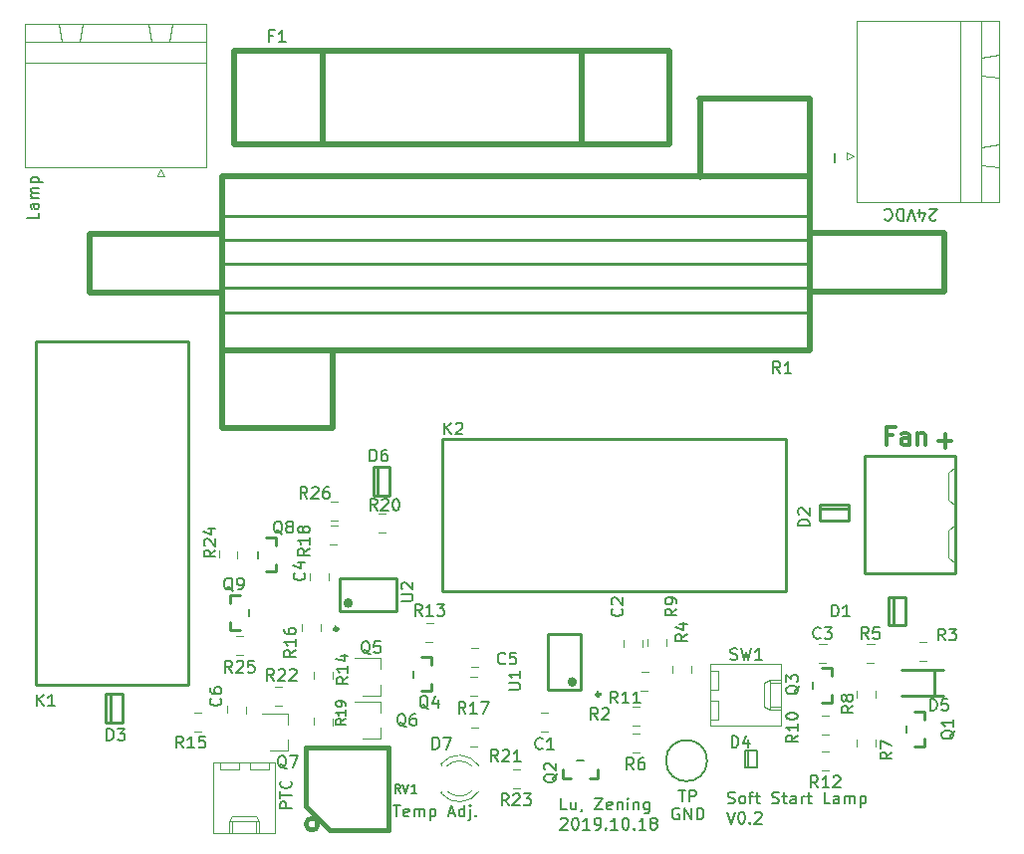
<source format=gbr>
%TF.GenerationSoftware,KiCad,Pcbnew,(6.0.0-rc1-dev-882-gdbc9130da)*%
%TF.CreationDate,2019-10-18T11:57:10+08:00*%
%TF.ProjectId,SoftStartLamp,536F667453746172744C616D702E6B69,rev?*%
%TF.SameCoordinates,Original*%
%TF.FileFunction,Legend,Top*%
%TF.FilePolarity,Positive*%
%FSLAX46Y46*%
G04 Gerber Fmt 4.6, Leading zero omitted, Abs format (unit mm)*
G04 Created by KiCad (PCBNEW (6.0.0-rc1-dev-882-gdbc9130da)) date 2019/10/18 11:57:10*
%MOMM*%
%LPD*%
G01*
G04 APERTURE LIST*
%ADD10C,0.200000*%
%ADD11C,0.150000*%
%ADD12C,0.300000*%
%ADD13C,0.120000*%
%ADD14C,0.254000*%
%ADD15C,0.381000*%
%ADD16C,0.400000*%
%ADD17C,0.250000*%
%ADD18C,0.500000*%
%ADD19C,0.508000*%
%ADD20C,0.152400*%
G04 APERTURE END LIST*
D10*
X110209476Y-106869761D02*
X110352333Y-106917380D01*
X110590428Y-106917380D01*
X110685666Y-106869761D01*
X110733285Y-106822142D01*
X110780904Y-106726904D01*
X110780904Y-106631666D01*
X110733285Y-106536428D01*
X110685666Y-106488809D01*
X110590428Y-106441190D01*
X110399952Y-106393571D01*
X110304714Y-106345952D01*
X110257095Y-106298333D01*
X110209476Y-106203095D01*
X110209476Y-106107857D01*
X110257095Y-106012619D01*
X110304714Y-105965000D01*
X110399952Y-105917380D01*
X110638047Y-105917380D01*
X110780904Y-105965000D01*
X111352333Y-106917380D02*
X111257095Y-106869761D01*
X111209476Y-106822142D01*
X111161857Y-106726904D01*
X111161857Y-106441190D01*
X111209476Y-106345952D01*
X111257095Y-106298333D01*
X111352333Y-106250714D01*
X111495190Y-106250714D01*
X111590428Y-106298333D01*
X111638047Y-106345952D01*
X111685666Y-106441190D01*
X111685666Y-106726904D01*
X111638047Y-106822142D01*
X111590428Y-106869761D01*
X111495190Y-106917380D01*
X111352333Y-106917380D01*
X111971380Y-106250714D02*
X112352333Y-106250714D01*
X112114238Y-106917380D02*
X112114238Y-106060238D01*
X112161857Y-105965000D01*
X112257095Y-105917380D01*
X112352333Y-105917380D01*
X112542809Y-106250714D02*
X112923761Y-106250714D01*
X112685666Y-105917380D02*
X112685666Y-106774523D01*
X112733285Y-106869761D01*
X112828523Y-106917380D01*
X112923761Y-106917380D01*
X113971380Y-106869761D02*
X114114238Y-106917380D01*
X114352333Y-106917380D01*
X114447571Y-106869761D01*
X114495190Y-106822142D01*
X114542809Y-106726904D01*
X114542809Y-106631666D01*
X114495190Y-106536428D01*
X114447571Y-106488809D01*
X114352333Y-106441190D01*
X114161857Y-106393571D01*
X114066619Y-106345952D01*
X114019000Y-106298333D01*
X113971380Y-106203095D01*
X113971380Y-106107857D01*
X114019000Y-106012619D01*
X114066619Y-105965000D01*
X114161857Y-105917380D01*
X114399952Y-105917380D01*
X114542809Y-105965000D01*
X114828523Y-106250714D02*
X115209476Y-106250714D01*
X114971380Y-105917380D02*
X114971380Y-106774523D01*
X115019000Y-106869761D01*
X115114238Y-106917380D01*
X115209476Y-106917380D01*
X115971380Y-106917380D02*
X115971380Y-106393571D01*
X115923761Y-106298333D01*
X115828523Y-106250714D01*
X115638047Y-106250714D01*
X115542809Y-106298333D01*
X115971380Y-106869761D02*
X115876142Y-106917380D01*
X115638047Y-106917380D01*
X115542809Y-106869761D01*
X115495190Y-106774523D01*
X115495190Y-106679285D01*
X115542809Y-106584047D01*
X115638047Y-106536428D01*
X115876142Y-106536428D01*
X115971380Y-106488809D01*
X116447571Y-106917380D02*
X116447571Y-106250714D01*
X116447571Y-106441190D02*
X116495190Y-106345952D01*
X116542809Y-106298333D01*
X116638047Y-106250714D01*
X116733285Y-106250714D01*
X116923761Y-106250714D02*
X117304714Y-106250714D01*
X117066619Y-105917380D02*
X117066619Y-106774523D01*
X117114238Y-106869761D01*
X117209476Y-106917380D01*
X117304714Y-106917380D01*
X118876142Y-106917380D02*
X118399952Y-106917380D01*
X118399952Y-105917380D01*
X119638047Y-106917380D02*
X119638047Y-106393571D01*
X119590428Y-106298333D01*
X119495190Y-106250714D01*
X119304714Y-106250714D01*
X119209476Y-106298333D01*
X119638047Y-106869761D02*
X119542809Y-106917380D01*
X119304714Y-106917380D01*
X119209476Y-106869761D01*
X119161857Y-106774523D01*
X119161857Y-106679285D01*
X119209476Y-106584047D01*
X119304714Y-106536428D01*
X119542809Y-106536428D01*
X119638047Y-106488809D01*
X120114238Y-106917380D02*
X120114238Y-106250714D01*
X120114238Y-106345952D02*
X120161857Y-106298333D01*
X120257095Y-106250714D01*
X120399952Y-106250714D01*
X120495190Y-106298333D01*
X120542809Y-106393571D01*
X120542809Y-106917380D01*
X120542809Y-106393571D02*
X120590428Y-106298333D01*
X120685666Y-106250714D01*
X120828523Y-106250714D01*
X120923761Y-106298333D01*
X120971380Y-106393571D01*
X120971380Y-106917380D01*
X121447571Y-106250714D02*
X121447571Y-107250714D01*
X121447571Y-106298333D02*
X121542809Y-106250714D01*
X121733285Y-106250714D01*
X121828523Y-106298333D01*
X121876142Y-106345952D01*
X121923761Y-106441190D01*
X121923761Y-106726904D01*
X121876142Y-106822142D01*
X121828523Y-106869761D01*
X121733285Y-106917380D01*
X121542809Y-106917380D01*
X121447571Y-106869761D01*
X110114238Y-107617380D02*
X110447571Y-108617380D01*
X110780904Y-107617380D01*
X111304714Y-107617380D02*
X111399952Y-107617380D01*
X111495190Y-107665000D01*
X111542809Y-107712619D01*
X111590428Y-107807857D01*
X111638047Y-107998333D01*
X111638047Y-108236428D01*
X111590428Y-108426904D01*
X111542809Y-108522142D01*
X111495190Y-108569761D01*
X111399952Y-108617380D01*
X111304714Y-108617380D01*
X111209476Y-108569761D01*
X111161857Y-108522142D01*
X111114238Y-108426904D01*
X111066619Y-108236428D01*
X111066619Y-107998333D01*
X111114238Y-107807857D01*
X111161857Y-107712619D01*
X111209476Y-107665000D01*
X111304714Y-107617380D01*
X112066619Y-108522142D02*
X112114238Y-108569761D01*
X112066619Y-108617380D01*
X112019000Y-108569761D01*
X112066619Y-108522142D01*
X112066619Y-108617380D01*
X112495190Y-107712619D02*
X112542809Y-107665000D01*
X112638047Y-107617380D01*
X112876142Y-107617380D01*
X112971380Y-107665000D01*
X113019000Y-107712619D01*
X113066619Y-107807857D01*
X113066619Y-107903095D01*
X113019000Y-108045952D01*
X112447571Y-108617380D01*
X113066619Y-108617380D01*
X96509285Y-107425380D02*
X96033095Y-107425380D01*
X96033095Y-106425380D01*
X97271190Y-106758714D02*
X97271190Y-107425380D01*
X96842619Y-106758714D02*
X96842619Y-107282523D01*
X96890238Y-107377761D01*
X96985476Y-107425380D01*
X97128333Y-107425380D01*
X97223571Y-107377761D01*
X97271190Y-107330142D01*
X97795000Y-107377761D02*
X97795000Y-107425380D01*
X97747380Y-107520619D01*
X97699761Y-107568238D01*
X98890238Y-106425380D02*
X99556904Y-106425380D01*
X98890238Y-107425380D01*
X99556904Y-107425380D01*
X100318809Y-107377761D02*
X100223571Y-107425380D01*
X100033095Y-107425380D01*
X99937857Y-107377761D01*
X99890238Y-107282523D01*
X99890238Y-106901571D01*
X99937857Y-106806333D01*
X100033095Y-106758714D01*
X100223571Y-106758714D01*
X100318809Y-106806333D01*
X100366428Y-106901571D01*
X100366428Y-106996809D01*
X99890238Y-107092047D01*
X100795000Y-106758714D02*
X100795000Y-107425380D01*
X100795000Y-106853952D02*
X100842619Y-106806333D01*
X100937857Y-106758714D01*
X101080714Y-106758714D01*
X101175952Y-106806333D01*
X101223571Y-106901571D01*
X101223571Y-107425380D01*
X101699761Y-107425380D02*
X101699761Y-106758714D01*
X101699761Y-106425380D02*
X101652142Y-106473000D01*
X101699761Y-106520619D01*
X101747380Y-106473000D01*
X101699761Y-106425380D01*
X101699761Y-106520619D01*
X102175952Y-106758714D02*
X102175952Y-107425380D01*
X102175952Y-106853952D02*
X102223571Y-106806333D01*
X102318809Y-106758714D01*
X102461666Y-106758714D01*
X102556904Y-106806333D01*
X102604523Y-106901571D01*
X102604523Y-107425380D01*
X103509285Y-106758714D02*
X103509285Y-107568238D01*
X103461666Y-107663476D01*
X103414047Y-107711095D01*
X103318809Y-107758714D01*
X103175952Y-107758714D01*
X103080714Y-107711095D01*
X103509285Y-107377761D02*
X103414047Y-107425380D01*
X103223571Y-107425380D01*
X103128333Y-107377761D01*
X103080714Y-107330142D01*
X103033095Y-107234904D01*
X103033095Y-106949190D01*
X103080714Y-106853952D01*
X103128333Y-106806333D01*
X103223571Y-106758714D01*
X103414047Y-106758714D01*
X103509285Y-106806333D01*
X95985476Y-108220619D02*
X96033095Y-108173000D01*
X96128333Y-108125380D01*
X96366428Y-108125380D01*
X96461666Y-108173000D01*
X96509285Y-108220619D01*
X96556904Y-108315857D01*
X96556904Y-108411095D01*
X96509285Y-108553952D01*
X95937857Y-109125380D01*
X96556904Y-109125380D01*
X97175952Y-108125380D02*
X97271190Y-108125380D01*
X97366428Y-108173000D01*
X97414047Y-108220619D01*
X97461666Y-108315857D01*
X97509285Y-108506333D01*
X97509285Y-108744428D01*
X97461666Y-108934904D01*
X97414047Y-109030142D01*
X97366428Y-109077761D01*
X97271190Y-109125380D01*
X97175952Y-109125380D01*
X97080714Y-109077761D01*
X97033095Y-109030142D01*
X96985476Y-108934904D01*
X96937857Y-108744428D01*
X96937857Y-108506333D01*
X96985476Y-108315857D01*
X97033095Y-108220619D01*
X97080714Y-108173000D01*
X97175952Y-108125380D01*
X98461666Y-109125380D02*
X97890238Y-109125380D01*
X98175952Y-109125380D02*
X98175952Y-108125380D01*
X98080714Y-108268238D01*
X97985476Y-108363476D01*
X97890238Y-108411095D01*
X98937857Y-109125380D02*
X99128333Y-109125380D01*
X99223571Y-109077761D01*
X99271190Y-109030142D01*
X99366428Y-108887285D01*
X99414047Y-108696809D01*
X99414047Y-108315857D01*
X99366428Y-108220619D01*
X99318809Y-108173000D01*
X99223571Y-108125380D01*
X99033095Y-108125380D01*
X98937857Y-108173000D01*
X98890238Y-108220619D01*
X98842619Y-108315857D01*
X98842619Y-108553952D01*
X98890238Y-108649190D01*
X98937857Y-108696809D01*
X99033095Y-108744428D01*
X99223571Y-108744428D01*
X99318809Y-108696809D01*
X99366428Y-108649190D01*
X99414047Y-108553952D01*
X99842619Y-109030142D02*
X99890238Y-109077761D01*
X99842619Y-109125380D01*
X99795000Y-109077761D01*
X99842619Y-109030142D01*
X99842619Y-109125380D01*
X100842619Y-109125380D02*
X100271190Y-109125380D01*
X100556904Y-109125380D02*
X100556904Y-108125380D01*
X100461666Y-108268238D01*
X100366428Y-108363476D01*
X100271190Y-108411095D01*
X101461666Y-108125380D02*
X101556904Y-108125380D01*
X101652142Y-108173000D01*
X101699761Y-108220619D01*
X101747380Y-108315857D01*
X101795000Y-108506333D01*
X101795000Y-108744428D01*
X101747380Y-108934904D01*
X101699761Y-109030142D01*
X101652142Y-109077761D01*
X101556904Y-109125380D01*
X101461666Y-109125380D01*
X101366428Y-109077761D01*
X101318809Y-109030142D01*
X101271190Y-108934904D01*
X101223571Y-108744428D01*
X101223571Y-108506333D01*
X101271190Y-108315857D01*
X101318809Y-108220619D01*
X101366428Y-108173000D01*
X101461666Y-108125380D01*
X102223571Y-109030142D02*
X102271190Y-109077761D01*
X102223571Y-109125380D01*
X102175952Y-109077761D01*
X102223571Y-109030142D01*
X102223571Y-109125380D01*
X103223571Y-109125380D02*
X102652142Y-109125380D01*
X102937857Y-109125380D02*
X102937857Y-108125380D01*
X102842619Y-108268238D01*
X102747380Y-108363476D01*
X102652142Y-108411095D01*
X103795000Y-108553952D02*
X103699761Y-108506333D01*
X103652142Y-108458714D01*
X103604523Y-108363476D01*
X103604523Y-108315857D01*
X103652142Y-108220619D01*
X103699761Y-108173000D01*
X103795000Y-108125380D01*
X103985476Y-108125380D01*
X104080714Y-108173000D01*
X104128333Y-108220619D01*
X104175952Y-108315857D01*
X104175952Y-108363476D01*
X104128333Y-108458714D01*
X104080714Y-108506333D01*
X103985476Y-108553952D01*
X103795000Y-108553952D01*
X103699761Y-108601571D01*
X103652142Y-108649190D01*
X103604523Y-108744428D01*
X103604523Y-108934904D01*
X103652142Y-109030142D01*
X103699761Y-109077761D01*
X103795000Y-109125380D01*
X103985476Y-109125380D01*
X104080714Y-109077761D01*
X104128333Y-109030142D01*
X104175952Y-108934904D01*
X104175952Y-108744428D01*
X104128333Y-108649190D01*
X104080714Y-108601571D01*
X103985476Y-108553952D01*
D11*
X119324428Y-52323952D02*
X119324428Y-51562047D01*
X73130380Y-107314857D02*
X72130380Y-107314857D01*
X72130380Y-106933904D01*
X72178000Y-106838666D01*
X72225619Y-106791047D01*
X72320857Y-106743428D01*
X72463714Y-106743428D01*
X72558952Y-106791047D01*
X72606571Y-106838666D01*
X72654190Y-106933904D01*
X72654190Y-107314857D01*
X72130380Y-106457714D02*
X72130380Y-105886285D01*
X73130380Y-106172000D02*
X72130380Y-106172000D01*
X73035142Y-104981523D02*
X73082761Y-105029142D01*
X73130380Y-105172000D01*
X73130380Y-105267238D01*
X73082761Y-105410095D01*
X72987523Y-105505333D01*
X72892285Y-105552952D01*
X72701809Y-105600571D01*
X72558952Y-105600571D01*
X72368476Y-105552952D01*
X72273238Y-105505333D01*
X72178000Y-105410095D01*
X72130380Y-105267238D01*
X72130380Y-105172000D01*
X72178000Y-105029142D01*
X72225619Y-104981523D01*
X81772571Y-107021380D02*
X82344000Y-107021380D01*
X82058285Y-108021380D02*
X82058285Y-107021380D01*
X83058285Y-107973761D02*
X82963047Y-108021380D01*
X82772571Y-108021380D01*
X82677333Y-107973761D01*
X82629714Y-107878523D01*
X82629714Y-107497571D01*
X82677333Y-107402333D01*
X82772571Y-107354714D01*
X82963047Y-107354714D01*
X83058285Y-107402333D01*
X83105904Y-107497571D01*
X83105904Y-107592809D01*
X82629714Y-107688047D01*
X83534476Y-108021380D02*
X83534476Y-107354714D01*
X83534476Y-107449952D02*
X83582095Y-107402333D01*
X83677333Y-107354714D01*
X83820190Y-107354714D01*
X83915428Y-107402333D01*
X83963047Y-107497571D01*
X83963047Y-108021380D01*
X83963047Y-107497571D02*
X84010666Y-107402333D01*
X84105904Y-107354714D01*
X84248761Y-107354714D01*
X84344000Y-107402333D01*
X84391619Y-107497571D01*
X84391619Y-108021380D01*
X84867809Y-107354714D02*
X84867809Y-108354714D01*
X84867809Y-107402333D02*
X84963047Y-107354714D01*
X85153523Y-107354714D01*
X85248761Y-107402333D01*
X85296380Y-107449952D01*
X85344000Y-107545190D01*
X85344000Y-107830904D01*
X85296380Y-107926142D01*
X85248761Y-107973761D01*
X85153523Y-108021380D01*
X84963047Y-108021380D01*
X84867809Y-107973761D01*
X86486857Y-107735666D02*
X86963047Y-107735666D01*
X86391619Y-108021380D02*
X86724952Y-107021380D01*
X87058285Y-108021380D01*
X87820190Y-108021380D02*
X87820190Y-107021380D01*
X87820190Y-107973761D02*
X87724952Y-108021380D01*
X87534476Y-108021380D01*
X87439238Y-107973761D01*
X87391619Y-107926142D01*
X87344000Y-107830904D01*
X87344000Y-107545190D01*
X87391619Y-107449952D01*
X87439238Y-107402333D01*
X87534476Y-107354714D01*
X87724952Y-107354714D01*
X87820190Y-107402333D01*
X88296380Y-107354714D02*
X88296380Y-108211857D01*
X88248761Y-108307095D01*
X88153523Y-108354714D01*
X88105904Y-108354714D01*
X88296380Y-107021380D02*
X88248761Y-107069000D01*
X88296380Y-107116619D01*
X88344000Y-107069000D01*
X88296380Y-107021380D01*
X88296380Y-107116619D01*
X88772571Y-107926142D02*
X88820190Y-107973761D01*
X88772571Y-108021380D01*
X88724952Y-107973761D01*
X88772571Y-107926142D01*
X88772571Y-108021380D01*
X51633380Y-56633904D02*
X51633380Y-57110095D01*
X50633380Y-57110095D01*
X51633380Y-55872000D02*
X51109571Y-55872000D01*
X51014333Y-55919619D01*
X50966714Y-56014857D01*
X50966714Y-56205333D01*
X51014333Y-56300571D01*
X51585761Y-55872000D02*
X51633380Y-55967238D01*
X51633380Y-56205333D01*
X51585761Y-56300571D01*
X51490523Y-56348190D01*
X51395285Y-56348190D01*
X51300047Y-56300571D01*
X51252428Y-56205333D01*
X51252428Y-55967238D01*
X51204809Y-55872000D01*
X51633380Y-55395809D02*
X50966714Y-55395809D01*
X51061952Y-55395809D02*
X51014333Y-55348190D01*
X50966714Y-55252952D01*
X50966714Y-55110095D01*
X51014333Y-55014857D01*
X51109571Y-54967238D01*
X51633380Y-54967238D01*
X51109571Y-54967238D02*
X51014333Y-54919619D01*
X50966714Y-54824380D01*
X50966714Y-54681523D01*
X51014333Y-54586285D01*
X51109571Y-54538666D01*
X51633380Y-54538666D01*
X50966714Y-54062476D02*
X51966714Y-54062476D01*
X51014333Y-54062476D02*
X50966714Y-53967238D01*
X50966714Y-53776761D01*
X51014333Y-53681523D01*
X51061952Y-53633904D01*
X51157190Y-53586285D01*
X51442904Y-53586285D01*
X51538142Y-53633904D01*
X51585761Y-53681523D01*
X51633380Y-53776761D01*
X51633380Y-53967238D01*
X51585761Y-54062476D01*
D10*
X127920476Y-57221380D02*
X127872857Y-57269000D01*
X127777619Y-57316619D01*
X127539523Y-57316619D01*
X127444285Y-57269000D01*
X127396666Y-57221380D01*
X127349047Y-57126142D01*
X127349047Y-57030904D01*
X127396666Y-56888047D01*
X127968095Y-56316619D01*
X127349047Y-56316619D01*
X126491904Y-56983285D02*
X126491904Y-56316619D01*
X126730000Y-57364238D02*
X126968095Y-56649952D01*
X126349047Y-56649952D01*
X126110952Y-57316619D02*
X125777619Y-56316619D01*
X125444285Y-57316619D01*
X125110952Y-56316619D02*
X125110952Y-57316619D01*
X124872857Y-57316619D01*
X124730000Y-57269000D01*
X124634761Y-57173761D01*
X124587142Y-57078523D01*
X124539523Y-56888047D01*
X124539523Y-56745190D01*
X124587142Y-56554714D01*
X124634761Y-56459476D01*
X124730000Y-56364238D01*
X124872857Y-56316619D01*
X125110952Y-56316619D01*
X123539523Y-56411857D02*
X123587142Y-56364238D01*
X123730000Y-56316619D01*
X123825238Y-56316619D01*
X123968095Y-56364238D01*
X124063333Y-56459476D01*
X124110952Y-56554714D01*
X124158571Y-56745190D01*
X124158571Y-56888047D01*
X124110952Y-57078523D01*
X124063333Y-57173761D01*
X123968095Y-57269000D01*
X123825238Y-57316619D01*
X123730000Y-57316619D01*
X123587142Y-57269000D01*
X123539523Y-57221380D01*
D12*
X128079571Y-76053142D02*
X129222428Y-76053142D01*
X128651000Y-76624571D02*
X128651000Y-75481714D01*
X124206142Y-75584857D02*
X123706142Y-75584857D01*
X123706142Y-76370571D02*
X123706142Y-74870571D01*
X124420428Y-74870571D01*
X125634714Y-76370571D02*
X125634714Y-75584857D01*
X125563285Y-75442000D01*
X125420428Y-75370571D01*
X125134714Y-75370571D01*
X124991857Y-75442000D01*
X125634714Y-76299142D02*
X125491857Y-76370571D01*
X125134714Y-76370571D01*
X124991857Y-76299142D01*
X124920428Y-76156285D01*
X124920428Y-76013428D01*
X124991857Y-75870571D01*
X125134714Y-75799142D01*
X125491857Y-75799142D01*
X125634714Y-75727714D01*
X126349000Y-75370571D02*
X126349000Y-76370571D01*
X126349000Y-75513428D02*
X126420428Y-75442000D01*
X126563285Y-75370571D01*
X126777571Y-75370571D01*
X126920428Y-75442000D01*
X126991857Y-75584857D01*
X126991857Y-76370571D01*
D11*
X106045095Y-107323000D02*
X105949857Y-107275380D01*
X105807000Y-107275380D01*
X105664142Y-107323000D01*
X105568904Y-107418238D01*
X105521285Y-107513476D01*
X105473666Y-107703952D01*
X105473666Y-107846809D01*
X105521285Y-108037285D01*
X105568904Y-108132523D01*
X105664142Y-108227761D01*
X105807000Y-108275380D01*
X105902238Y-108275380D01*
X106045095Y-108227761D01*
X106092714Y-108180142D01*
X106092714Y-107846809D01*
X105902238Y-107846809D01*
X106521285Y-108275380D02*
X106521285Y-107275380D01*
X107092714Y-108275380D01*
X107092714Y-107275380D01*
X107568904Y-108275380D02*
X107568904Y-107275380D01*
X107807000Y-107275380D01*
X107949857Y-107323000D01*
X108045095Y-107418238D01*
X108092714Y-107513476D01*
X108140333Y-107703952D01*
X108140333Y-107846809D01*
X108092714Y-108037285D01*
X108045095Y-108132523D01*
X107949857Y-108227761D01*
X107807000Y-108275380D01*
X107568904Y-108275380D01*
X106021285Y-105751380D02*
X106592714Y-105751380D01*
X106307000Y-106751380D02*
X106307000Y-105751380D01*
X106926047Y-106751380D02*
X106926047Y-105751380D01*
X107307000Y-105751380D01*
X107402238Y-105799000D01*
X107449857Y-105846619D01*
X107497476Y-105941857D01*
X107497476Y-106084714D01*
X107449857Y-106179952D01*
X107402238Y-106227571D01*
X107307000Y-106275190D01*
X106926047Y-106275190D01*
D13*
X76442000Y-81242000D02*
X77042000Y-81242000D01*
X76422000Y-82842000D02*
X77022000Y-82842000D01*
X64851000Y-99149000D02*
X65451000Y-99149000D01*
X64831000Y-100749000D02*
X65431000Y-100749000D01*
X69007000Y-94272000D02*
X68407000Y-94272000D01*
X69027000Y-92672000D02*
X68427000Y-92672000D01*
X68525000Y-85425000D02*
X68525000Y-86025000D01*
X66925000Y-85405000D02*
X66925000Y-86005000D01*
D10*
X69480000Y-90978000D02*
X69480000Y-90378000D01*
D14*
X67930000Y-92138000D02*
X67930000Y-91478000D01*
X67930000Y-92138000D02*
X68745000Y-92138000D01*
X67930000Y-89218000D02*
X68745000Y-89218000D01*
X67930000Y-89878000D02*
X67930000Y-89218000D01*
X67930000Y-89878000D02*
X67930000Y-89218000D01*
X67930000Y-89878000D02*
X67930000Y-89218000D01*
D10*
X70220000Y-85425000D02*
X70220000Y-86025000D01*
D14*
X71770000Y-84265000D02*
X71770000Y-84925000D01*
X71770000Y-84265000D02*
X70955000Y-84265000D01*
X71770000Y-87185000D02*
X70955000Y-87185000D01*
X71770000Y-86525000D02*
X71770000Y-87185000D01*
X71770000Y-86525000D02*
X71770000Y-87185000D01*
X71770000Y-86525000D02*
X71770000Y-87185000D01*
D13*
X92502000Y-105575000D02*
X91902000Y-105575000D01*
X92522000Y-103975000D02*
X91922000Y-103975000D01*
X89048335Y-103696392D02*
G75*
G03X85816000Y-103539484I-1672335J-1078608D01*
G01*
X89048335Y-105853608D02*
G75*
G02X85816000Y-106010516I-1672335J1078608D01*
G01*
X88417130Y-103695163D02*
G75*
G03X86335039Y-103695000I-1041130J-1079837D01*
G01*
X88417130Y-105854837D02*
G75*
G02X86335039Y-105855000I-1041130J1079837D01*
G01*
X85816000Y-103539000D02*
X85816000Y-103695000D01*
X85816000Y-105855000D02*
X85816000Y-106011000D01*
X108740000Y-100303000D02*
X114740000Y-100303000D01*
X114740000Y-100303000D02*
X114740000Y-95023000D01*
X114740000Y-95023000D02*
X108740000Y-95023000D01*
X108740000Y-95023000D02*
X108740000Y-100303000D01*
X114740000Y-98933000D02*
X113740000Y-98933000D01*
X113740000Y-98933000D02*
X113740000Y-96393000D01*
X113740000Y-96393000D02*
X114740000Y-96393000D01*
X113740000Y-98933000D02*
X113310000Y-98683000D01*
X113310000Y-98683000D02*
X113310000Y-96643000D01*
X113310000Y-96643000D02*
X113740000Y-96393000D01*
X114740000Y-98683000D02*
X113740000Y-98683000D01*
X114740000Y-96643000D02*
X113740000Y-96643000D01*
X108740000Y-99733000D02*
X109360000Y-99733000D01*
X109360000Y-99733000D02*
X109360000Y-98133000D01*
X109360000Y-98133000D02*
X108740000Y-98133000D01*
X108740000Y-97193000D02*
X109360000Y-97193000D01*
X109360000Y-97193000D02*
X109360000Y-95593000D01*
X109360000Y-95593000D02*
X108740000Y-95593000D01*
D15*
X74351000Y-107164000D02*
X74351000Y-102164000D01*
X76351000Y-109164000D02*
X81351000Y-109164000D01*
X74351000Y-107164000D02*
X76351000Y-109164000D01*
X75351000Y-108664000D02*
G75*
G03X75351000Y-108664000I-500000J0D01*
G01*
X74351000Y-102164000D02*
X81351000Y-102164000D01*
X81351000Y-102164000D02*
X81351000Y-109164000D01*
D14*
X77229000Y-90554000D02*
X82029000Y-90554000D01*
X77229000Y-87754000D02*
X82029000Y-87754000D01*
X77229000Y-90554000D02*
X77229000Y-87754000D01*
X82029000Y-90554000D02*
X82029000Y-87754000D01*
D12*
X77029000Y-92054000D02*
G75*
G03X77029000Y-92054000I-150000J0D01*
G01*
D16*
X78129000Y-89854000D02*
G75*
G03X78129000Y-89854000I-200000J0D01*
G01*
D13*
X66448000Y-103406000D02*
X66448000Y-109406000D01*
X66448000Y-109406000D02*
X71728000Y-109406000D01*
X71728000Y-109406000D02*
X71728000Y-103406000D01*
X71728000Y-103406000D02*
X66448000Y-103406000D01*
X67818000Y-109406000D02*
X67818000Y-108406000D01*
X67818000Y-108406000D02*
X70358000Y-108406000D01*
X70358000Y-108406000D02*
X70358000Y-109406000D01*
X67818000Y-108406000D02*
X68068000Y-107976000D01*
X68068000Y-107976000D02*
X70108000Y-107976000D01*
X70108000Y-107976000D02*
X70358000Y-108406000D01*
X68068000Y-109406000D02*
X68068000Y-108406000D01*
X70108000Y-109406000D02*
X70108000Y-108406000D01*
X67018000Y-103406000D02*
X67018000Y-104026000D01*
X67018000Y-104026000D02*
X68618000Y-104026000D01*
X68618000Y-104026000D02*
X68618000Y-103406000D01*
X69558000Y-103406000D02*
X69558000Y-104026000D01*
X69558000Y-104026000D02*
X71158000Y-104026000D01*
X71158000Y-104026000D02*
X71158000Y-103406000D01*
X72275000Y-98590000D02*
X71675000Y-98590000D01*
X72295000Y-96990000D02*
X71695000Y-96990000D01*
X88346000Y-100419000D02*
X88946000Y-100419000D01*
X88326000Y-102019000D02*
X88926000Y-102019000D01*
X80506000Y-82258000D02*
X81106000Y-82258000D01*
X80486000Y-83858000D02*
X81086000Y-83858000D01*
X76619000Y-99649000D02*
X76619000Y-100249000D01*
X75019000Y-99629000D02*
X75019000Y-100229000D01*
X76408000Y-83274000D02*
X77008000Y-83274000D01*
X76388000Y-84874000D02*
X76988000Y-84874000D01*
X118791000Y-104051000D02*
X118191000Y-104051000D01*
X118811000Y-102451000D02*
X118211000Y-102451000D01*
D17*
X117094000Y-62992000D02*
X67183000Y-62992000D01*
X117221000Y-58928000D02*
X67310000Y-58928000D01*
X117221000Y-56896000D02*
X67310000Y-56896000D01*
X117094000Y-65151000D02*
X67183000Y-65151000D01*
X117221000Y-60960000D02*
X67310000Y-60960000D01*
D18*
X117329000Y-63333000D02*
X128579000Y-63333000D01*
X117329000Y-58333000D02*
X128579000Y-58333000D01*
X128579000Y-58333000D02*
X128579000Y-63333000D01*
X55952000Y-63460000D02*
X55952000Y-58460000D01*
D13*
X56007000Y-63373000D02*
X55952000Y-63460000D01*
D18*
X67202000Y-58460000D02*
X55952000Y-58460000D01*
X67202000Y-63460000D02*
X55952000Y-63460000D01*
X76602000Y-74960000D02*
X76602000Y-68345000D01*
X67202000Y-74960000D02*
X76602000Y-74960000D01*
X67202000Y-68360000D02*
X67202000Y-74960000D01*
X107823000Y-46990000D02*
X107823000Y-53605000D01*
X117202000Y-46960000D02*
X107802000Y-46960000D01*
X117202000Y-53560000D02*
X117202000Y-46960000D01*
X67202000Y-53560000D02*
X117202000Y-53560000D01*
X117202000Y-68360000D02*
X67202000Y-68360000D01*
X67202000Y-53560000D02*
X67202000Y-68360000D01*
X117202000Y-68360000D02*
X117202000Y-53560000D01*
D13*
X72769000Y-102418000D02*
X72769000Y-101488000D01*
X72769000Y-99258000D02*
X72769000Y-100188000D01*
X72769000Y-99258000D02*
X70609000Y-99258000D01*
X72769000Y-102418000D02*
X71309000Y-102418000D01*
X80643000Y-101402000D02*
X80643000Y-100472000D01*
X80643000Y-98242000D02*
X80643000Y-99172000D01*
X80643000Y-98242000D02*
X78483000Y-98242000D01*
X80643000Y-101402000D02*
X79183000Y-101402000D01*
X80643000Y-97719000D02*
X80643000Y-96789000D01*
X80643000Y-94559000D02*
X80643000Y-95489000D01*
X80643000Y-94559000D02*
X78483000Y-94559000D01*
X80643000Y-97719000D02*
X79183000Y-97719000D01*
X65866000Y-52753000D02*
X65866000Y-40593000D01*
X65866000Y-40593000D02*
X50466000Y-40593000D01*
X50466000Y-40593000D02*
X50466000Y-52753000D01*
X50466000Y-52753000D02*
X65866000Y-52753000D01*
X65866000Y-42093000D02*
X65866000Y-43893000D01*
X65866000Y-43893000D02*
X50466000Y-43893000D01*
X50466000Y-43893000D02*
X50466000Y-42093000D01*
X50466000Y-42093000D02*
X65866000Y-42093000D01*
X62976000Y-40593000D02*
X60976000Y-40593000D01*
X60976000Y-40593000D02*
X61226000Y-42093000D01*
X61226000Y-42093000D02*
X62726000Y-42093000D01*
X62726000Y-42093000D02*
X62976000Y-40593000D01*
X55356000Y-40593000D02*
X53356000Y-40593000D01*
X53356000Y-40593000D02*
X53606000Y-42093000D01*
X53606000Y-42093000D02*
X55106000Y-42093000D01*
X55106000Y-42093000D02*
X55356000Y-40593000D01*
X61676000Y-53553000D02*
X61976000Y-52953000D01*
X61976000Y-52953000D02*
X62276000Y-53553000D01*
X62276000Y-53553000D02*
X61676000Y-53553000D01*
X128905000Y-78740000D02*
X129540000Y-78232000D01*
X129540000Y-81534000D02*
X128905000Y-81026000D01*
X128905000Y-81026000D02*
X128905000Y-78740000D01*
X128905000Y-83693000D02*
X129540000Y-83185000D01*
X128905000Y-85979000D02*
X128905000Y-83693000D01*
X129540000Y-86487000D02*
X128905000Y-85979000D01*
D17*
X129565000Y-87336000D02*
X129565000Y-77336000D01*
X121865000Y-77336000D02*
X129565000Y-77336000D01*
X121865000Y-87336000D02*
X121865000Y-77336000D01*
X121865000Y-87336000D02*
X129565000Y-87336000D01*
D13*
X69253000Y-98633000D02*
X69253000Y-99233000D01*
X67653000Y-98613000D02*
X67653000Y-99213000D01*
X88946000Y-95288000D02*
X88346000Y-95288000D01*
X88966000Y-93688000D02*
X88366000Y-93688000D01*
D14*
X97666000Y-97269000D02*
X97666000Y-92469000D01*
X94866000Y-97269000D02*
X94866000Y-92469000D01*
X97666000Y-97269000D02*
X94866000Y-97269000D01*
X97666000Y-92469000D02*
X94866000Y-92469000D01*
D12*
X99316000Y-97619000D02*
G75*
G03X99316000Y-97619000I-150000J0D01*
G01*
D16*
X97166000Y-96569000D02*
G75*
G03X97166000Y-96569000I-200000J0D01*
G01*
D13*
X88853000Y-97701000D02*
X88253000Y-97701000D01*
X88873000Y-96101000D02*
X88273000Y-96101000D01*
X74003000Y-92248000D02*
X74003000Y-91648000D01*
X75603000Y-92268000D02*
X75603000Y-91668000D01*
X75019000Y-96312000D02*
X75019000Y-95712000D01*
X76619000Y-96332000D02*
X76619000Y-95732000D01*
X84536000Y-91529000D02*
X85136000Y-91529000D01*
X84516000Y-93129000D02*
X85116000Y-93129000D01*
X102824000Y-95720000D02*
X103424000Y-95720000D01*
X102804000Y-97320000D02*
X103404000Y-97320000D01*
X118191000Y-99403000D02*
X118791000Y-99403000D01*
X118171000Y-101003000D02*
X118771000Y-101003000D01*
X103340000Y-93518000D02*
X103340000Y-92918000D01*
X104940000Y-93538000D02*
X104940000Y-92938000D01*
X121132294Y-97875657D02*
X121132294Y-97275657D01*
X122732294Y-97895657D02*
X122732294Y-97295657D01*
X121132294Y-102032657D02*
X121132294Y-101432657D01*
X122732294Y-102052657D02*
X122732294Y-101452657D01*
X102662000Y-102527000D02*
X102062000Y-102527000D01*
X102682000Y-100927000D02*
X102082000Y-100927000D01*
X122613294Y-94912657D02*
X122013294Y-94912657D01*
X122633294Y-93312657D02*
X122033294Y-93312657D01*
X105499000Y-95804000D02*
X105499000Y-95204000D01*
X107099000Y-95824000D02*
X107099000Y-95224000D01*
X127080000Y-94780000D02*
X126480000Y-94780000D01*
X127100000Y-93180000D02*
X126500000Y-93180000D01*
X102662000Y-100241000D02*
X102062000Y-100241000D01*
X102682000Y-98641000D02*
X102082000Y-98641000D01*
D10*
X83428000Y-95585000D02*
X83428000Y-96185000D01*
D14*
X84978000Y-94425000D02*
X84978000Y-95085000D01*
X84978000Y-94425000D02*
X84163000Y-94425000D01*
X84978000Y-97345000D02*
X84163000Y-97345000D01*
X84978000Y-96685000D02*
X84978000Y-97345000D01*
X84978000Y-96685000D02*
X84978000Y-97345000D01*
X84978000Y-96685000D02*
X84978000Y-97345000D01*
D10*
X117456294Y-96540657D02*
X117456294Y-97140657D01*
D14*
X119006294Y-95380657D02*
X119006294Y-96040657D01*
X119006294Y-95380657D02*
X118191294Y-95380657D01*
X119006294Y-98300657D02*
X118191294Y-98300657D01*
X119006294Y-97640657D02*
X119006294Y-98300657D01*
X119006294Y-97640657D02*
X119006294Y-98300657D01*
X119006294Y-97640657D02*
X119006294Y-98300657D01*
D10*
X97963000Y-103240000D02*
X97363000Y-103240000D01*
D14*
X99123000Y-104790000D02*
X98463000Y-104790000D01*
X99123000Y-104790000D02*
X99123000Y-103975000D01*
X96203000Y-104790000D02*
X96203000Y-103975000D01*
X96863000Y-104790000D02*
X96203000Y-104790000D01*
X96863000Y-104790000D02*
X96203000Y-104790000D01*
X96863000Y-104790000D02*
X96203000Y-104790000D01*
D10*
X125338000Y-100284000D02*
X125338000Y-100884000D01*
D14*
X126888000Y-99124000D02*
X126888000Y-99784000D01*
X126888000Y-99124000D02*
X126073000Y-99124000D01*
X126888000Y-102044000D02*
X126073000Y-102044000D01*
X126888000Y-101384000D02*
X126888000Y-102044000D01*
X126888000Y-101384000D02*
X126888000Y-102044000D01*
X126888000Y-101384000D02*
X126888000Y-102044000D01*
D17*
X115121000Y-75913000D02*
X115121000Y-88813000D01*
X85911000Y-88867000D02*
X115111000Y-88867000D01*
X85911000Y-75913000D02*
X115111000Y-75913000D01*
X85911000Y-75913000D02*
X85911000Y-88813000D01*
X51402000Y-67632000D02*
X64302000Y-67632000D01*
X64356000Y-96842000D02*
X64356000Y-67642000D01*
X51402000Y-96842000D02*
X51402000Y-67642000D01*
X51402000Y-96842000D02*
X64302000Y-96842000D01*
D13*
X121110000Y-55706000D02*
X133270000Y-55706000D01*
X133270000Y-55706000D02*
X133270000Y-40306000D01*
X133270000Y-40306000D02*
X121110000Y-40306000D01*
X121110000Y-40306000D02*
X121110000Y-55706000D01*
X131770000Y-55706000D02*
X129970000Y-55706000D01*
X129970000Y-55706000D02*
X129970000Y-40306000D01*
X129970000Y-40306000D02*
X131770000Y-40306000D01*
X131770000Y-40306000D02*
X131770000Y-55706000D01*
X133270000Y-52816000D02*
X133270000Y-50816000D01*
X133270000Y-50816000D02*
X131770000Y-51066000D01*
X131770000Y-51066000D02*
X131770000Y-52566000D01*
X131770000Y-52566000D02*
X133270000Y-52816000D01*
X133270000Y-45196000D02*
X133270000Y-43196000D01*
X133270000Y-43196000D02*
X131770000Y-43446000D01*
X131770000Y-43446000D02*
X131770000Y-44946000D01*
X131770000Y-44946000D02*
X133270000Y-45196000D01*
X120310000Y-51516000D02*
X120910000Y-51816000D01*
X120910000Y-51816000D02*
X120310000Y-52116000D01*
X120310000Y-52116000D02*
X120310000Y-51516000D01*
D19*
X97790000Y-42926000D02*
X97790000Y-50800000D01*
X75752000Y-42863000D02*
X75752000Y-50863000D01*
X68259000Y-50863000D02*
X105259000Y-50863000D01*
X68259000Y-42863000D02*
X105259000Y-42863000D01*
X105259000Y-42863000D02*
X105259000Y-50863000D01*
X68259000Y-42863000D02*
X68259000Y-50863000D01*
D14*
X80072000Y-78302000D02*
X81472000Y-78302000D01*
X80072000Y-80702000D02*
X81472000Y-80702000D01*
X80422000Y-80702000D02*
X80422000Y-78302000D01*
X80072000Y-80702000D02*
X80072000Y-78302000D01*
X81472000Y-80702000D02*
X81472000Y-78302000D01*
X128546000Y-97722000D02*
X124946000Y-97722000D01*
X128546000Y-95572000D02*
X124946000Y-95572000D01*
X127721000Y-95572000D02*
X127721000Y-97722000D01*
D10*
X111641000Y-102424000D02*
X112641000Y-102424000D01*
X111641000Y-103824000D02*
X112641000Y-103824000D01*
X112641000Y-103824000D02*
X112641000Y-102424000D01*
X111641000Y-103824000D02*
X111641000Y-102424000D01*
X111941000Y-103824000D02*
X111941000Y-102424000D01*
D14*
X57339000Y-97606000D02*
X58739000Y-97606000D01*
X57339000Y-100006000D02*
X58739000Y-100006000D01*
X57689000Y-100006000D02*
X57689000Y-97606000D01*
X57339000Y-100006000D02*
X57339000Y-97606000D01*
X58739000Y-100006000D02*
X58739000Y-97606000D01*
X120453000Y-81469000D02*
X120453000Y-82869000D01*
X118053000Y-81469000D02*
X118053000Y-82869000D01*
X118053000Y-81819000D02*
X120453000Y-81819000D01*
X118053000Y-81469000D02*
X120453000Y-81469000D01*
X118053000Y-82869000D02*
X120453000Y-82869000D01*
X123887000Y-89351000D02*
X125287000Y-89351000D01*
X123887000Y-91751000D02*
X125287000Y-91751000D01*
X124237000Y-91751000D02*
X124237000Y-89351000D01*
X123887000Y-91751000D02*
X123887000Y-89351000D01*
X125287000Y-91751000D02*
X125287000Y-89351000D01*
D13*
X74638000Y-87930000D02*
X74638000Y-87330000D01*
X76238000Y-87950000D02*
X76238000Y-87350000D01*
X118549294Y-94912657D02*
X117949294Y-94912657D01*
X118569294Y-93312657D02*
X117969294Y-93312657D01*
X101308000Y-93552000D02*
X101308000Y-92952000D01*
X102908000Y-93572000D02*
X102908000Y-92972000D01*
X94315000Y-99149000D02*
X94915000Y-99149000D01*
X94295000Y-100749000D02*
X94895000Y-100749000D01*
D11*
X108430000Y-103251000D02*
G75*
G03X108430000Y-103251000I-1750000J0D01*
G01*
X74448142Y-80970380D02*
X74114809Y-80494190D01*
X73876714Y-80970380D02*
X73876714Y-79970380D01*
X74257666Y-79970380D01*
X74352904Y-80018000D01*
X74400523Y-80065619D01*
X74448142Y-80160857D01*
X74448142Y-80303714D01*
X74400523Y-80398952D01*
X74352904Y-80446571D01*
X74257666Y-80494190D01*
X73876714Y-80494190D01*
X74829095Y-80065619D02*
X74876714Y-80018000D01*
X74971952Y-79970380D01*
X75210047Y-79970380D01*
X75305285Y-80018000D01*
X75352904Y-80065619D01*
X75400523Y-80160857D01*
X75400523Y-80256095D01*
X75352904Y-80398952D01*
X74781476Y-80970380D01*
X75400523Y-80970380D01*
X76257666Y-79970380D02*
X76067190Y-79970380D01*
X75971952Y-80018000D01*
X75924333Y-80065619D01*
X75829095Y-80208476D01*
X75781476Y-80398952D01*
X75781476Y-80779904D01*
X75829095Y-80875142D01*
X75876714Y-80922761D01*
X75971952Y-80970380D01*
X76162428Y-80970380D01*
X76257666Y-80922761D01*
X76305285Y-80875142D01*
X76352904Y-80779904D01*
X76352904Y-80541809D01*
X76305285Y-80446571D01*
X76257666Y-80398952D01*
X76162428Y-80351333D01*
X75971952Y-80351333D01*
X75876714Y-80398952D01*
X75829095Y-80446571D01*
X75781476Y-80541809D01*
X63907142Y-102179380D02*
X63573809Y-101703190D01*
X63335714Y-102179380D02*
X63335714Y-101179380D01*
X63716666Y-101179380D01*
X63811904Y-101227000D01*
X63859523Y-101274619D01*
X63907142Y-101369857D01*
X63907142Y-101512714D01*
X63859523Y-101607952D01*
X63811904Y-101655571D01*
X63716666Y-101703190D01*
X63335714Y-101703190D01*
X64859523Y-102179380D02*
X64288095Y-102179380D01*
X64573809Y-102179380D02*
X64573809Y-101179380D01*
X64478571Y-101322238D01*
X64383333Y-101417476D01*
X64288095Y-101465095D01*
X65764285Y-101179380D02*
X65288095Y-101179380D01*
X65240476Y-101655571D01*
X65288095Y-101607952D01*
X65383333Y-101560333D01*
X65621428Y-101560333D01*
X65716666Y-101607952D01*
X65764285Y-101655571D01*
X65811904Y-101750809D01*
X65811904Y-101988904D01*
X65764285Y-102084142D01*
X65716666Y-102131761D01*
X65621428Y-102179380D01*
X65383333Y-102179380D01*
X65288095Y-102131761D01*
X65240476Y-102084142D01*
X68064142Y-95764380D02*
X67730809Y-95288190D01*
X67492714Y-95764380D02*
X67492714Y-94764380D01*
X67873666Y-94764380D01*
X67968904Y-94812000D01*
X68016523Y-94859619D01*
X68064142Y-94954857D01*
X68064142Y-95097714D01*
X68016523Y-95192952D01*
X67968904Y-95240571D01*
X67873666Y-95288190D01*
X67492714Y-95288190D01*
X68445095Y-94859619D02*
X68492714Y-94812000D01*
X68587952Y-94764380D01*
X68826047Y-94764380D01*
X68921285Y-94812000D01*
X68968904Y-94859619D01*
X69016523Y-94954857D01*
X69016523Y-95050095D01*
X68968904Y-95192952D01*
X68397476Y-95764380D01*
X69016523Y-95764380D01*
X69921285Y-94764380D02*
X69445095Y-94764380D01*
X69397476Y-95240571D01*
X69445095Y-95192952D01*
X69540333Y-95145333D01*
X69778428Y-95145333D01*
X69873666Y-95192952D01*
X69921285Y-95240571D01*
X69968904Y-95335809D01*
X69968904Y-95573904D01*
X69921285Y-95669142D01*
X69873666Y-95716761D01*
X69778428Y-95764380D01*
X69540333Y-95764380D01*
X69445095Y-95716761D01*
X69397476Y-95669142D01*
X66653380Y-85351857D02*
X66177190Y-85685190D01*
X66653380Y-85923285D02*
X65653380Y-85923285D01*
X65653380Y-85542333D01*
X65701000Y-85447095D01*
X65748619Y-85399476D01*
X65843857Y-85351857D01*
X65986714Y-85351857D01*
X66081952Y-85399476D01*
X66129571Y-85447095D01*
X66177190Y-85542333D01*
X66177190Y-85923285D01*
X65748619Y-84970904D02*
X65701000Y-84923285D01*
X65653380Y-84828047D01*
X65653380Y-84589952D01*
X65701000Y-84494714D01*
X65748619Y-84447095D01*
X65843857Y-84399476D01*
X65939095Y-84399476D01*
X66081952Y-84447095D01*
X66653380Y-85018523D01*
X66653380Y-84399476D01*
X65986714Y-83542333D02*
X66653380Y-83542333D01*
X65605761Y-83780428D02*
X66320047Y-84018523D01*
X66320047Y-83399476D01*
X68137761Y-88812619D02*
X68042523Y-88765000D01*
X67947285Y-88669761D01*
X67804428Y-88526904D01*
X67709190Y-88479285D01*
X67613952Y-88479285D01*
X67661571Y-88717380D02*
X67566333Y-88669761D01*
X67471095Y-88574523D01*
X67423476Y-88384047D01*
X67423476Y-88050714D01*
X67471095Y-87860238D01*
X67566333Y-87765000D01*
X67661571Y-87717380D01*
X67852047Y-87717380D01*
X67947285Y-87765000D01*
X68042523Y-87860238D01*
X68090142Y-88050714D01*
X68090142Y-88384047D01*
X68042523Y-88574523D01*
X67947285Y-88669761D01*
X67852047Y-88717380D01*
X67661571Y-88717380D01*
X68566333Y-88717380D02*
X68756809Y-88717380D01*
X68852047Y-88669761D01*
X68899666Y-88622142D01*
X68994904Y-88479285D01*
X69042523Y-88288809D01*
X69042523Y-87907857D01*
X68994904Y-87812619D01*
X68947285Y-87765000D01*
X68852047Y-87717380D01*
X68661571Y-87717380D01*
X68566333Y-87765000D01*
X68518714Y-87812619D01*
X68471095Y-87907857D01*
X68471095Y-88145952D01*
X68518714Y-88241190D01*
X68566333Y-88288809D01*
X68661571Y-88336428D01*
X68852047Y-88336428D01*
X68947285Y-88288809D01*
X68994904Y-88241190D01*
X69042523Y-88145952D01*
X72328761Y-83986619D02*
X72233523Y-83939000D01*
X72138285Y-83843761D01*
X71995428Y-83700904D01*
X71900190Y-83653285D01*
X71804952Y-83653285D01*
X71852571Y-83891380D02*
X71757333Y-83843761D01*
X71662095Y-83748523D01*
X71614476Y-83558047D01*
X71614476Y-83224714D01*
X71662095Y-83034238D01*
X71757333Y-82939000D01*
X71852571Y-82891380D01*
X72043047Y-82891380D01*
X72138285Y-82939000D01*
X72233523Y-83034238D01*
X72281142Y-83224714D01*
X72281142Y-83558047D01*
X72233523Y-83748523D01*
X72138285Y-83843761D01*
X72043047Y-83891380D01*
X71852571Y-83891380D01*
X72852571Y-83319952D02*
X72757333Y-83272333D01*
X72709714Y-83224714D01*
X72662095Y-83129476D01*
X72662095Y-83081857D01*
X72709714Y-82986619D01*
X72757333Y-82939000D01*
X72852571Y-82891380D01*
X73043047Y-82891380D01*
X73138285Y-82939000D01*
X73185904Y-82986619D01*
X73233523Y-83081857D01*
X73233523Y-83129476D01*
X73185904Y-83224714D01*
X73138285Y-83272333D01*
X73043047Y-83319952D01*
X72852571Y-83319952D01*
X72757333Y-83367571D01*
X72709714Y-83415190D01*
X72662095Y-83510428D01*
X72662095Y-83700904D01*
X72709714Y-83796142D01*
X72757333Y-83843761D01*
X72852571Y-83891380D01*
X73043047Y-83891380D01*
X73138285Y-83843761D01*
X73185904Y-83796142D01*
X73233523Y-83700904D01*
X73233523Y-83510428D01*
X73185904Y-83415190D01*
X73138285Y-83367571D01*
X73043047Y-83319952D01*
X91559142Y-107067380D02*
X91225809Y-106591190D01*
X90987714Y-107067380D02*
X90987714Y-106067380D01*
X91368666Y-106067380D01*
X91463904Y-106115000D01*
X91511523Y-106162619D01*
X91559142Y-106257857D01*
X91559142Y-106400714D01*
X91511523Y-106495952D01*
X91463904Y-106543571D01*
X91368666Y-106591190D01*
X90987714Y-106591190D01*
X91940095Y-106162619D02*
X91987714Y-106115000D01*
X92082952Y-106067380D01*
X92321047Y-106067380D01*
X92416285Y-106115000D01*
X92463904Y-106162619D01*
X92511523Y-106257857D01*
X92511523Y-106353095D01*
X92463904Y-106495952D01*
X91892476Y-107067380D01*
X92511523Y-107067380D01*
X92844857Y-106067380D02*
X93463904Y-106067380D01*
X93130571Y-106448333D01*
X93273428Y-106448333D01*
X93368666Y-106495952D01*
X93416285Y-106543571D01*
X93463904Y-106638809D01*
X93463904Y-106876904D01*
X93416285Y-106972142D01*
X93368666Y-107019761D01*
X93273428Y-107067380D01*
X92987714Y-107067380D01*
X92892476Y-107019761D01*
X92844857Y-106972142D01*
X85113904Y-102267380D02*
X85113904Y-101267380D01*
X85352000Y-101267380D01*
X85494857Y-101315000D01*
X85590095Y-101410238D01*
X85637714Y-101505476D01*
X85685333Y-101695952D01*
X85685333Y-101838809D01*
X85637714Y-102029285D01*
X85590095Y-102124523D01*
X85494857Y-102219761D01*
X85352000Y-102267380D01*
X85113904Y-102267380D01*
X86018666Y-101267380D02*
X86685333Y-101267380D01*
X86256761Y-102267380D01*
X110426666Y-94638761D02*
X110569523Y-94686380D01*
X110807619Y-94686380D01*
X110902857Y-94638761D01*
X110950476Y-94591142D01*
X110998095Y-94495904D01*
X110998095Y-94400666D01*
X110950476Y-94305428D01*
X110902857Y-94257809D01*
X110807619Y-94210190D01*
X110617142Y-94162571D01*
X110521904Y-94114952D01*
X110474285Y-94067333D01*
X110426666Y-93972095D01*
X110426666Y-93876857D01*
X110474285Y-93781619D01*
X110521904Y-93734000D01*
X110617142Y-93686380D01*
X110855238Y-93686380D01*
X110998095Y-93734000D01*
X111331428Y-93686380D02*
X111569523Y-94686380D01*
X111760000Y-93972095D01*
X111950476Y-94686380D01*
X112188571Y-93686380D01*
X113093333Y-94686380D02*
X112521904Y-94686380D01*
X112807619Y-94686380D02*
X112807619Y-93686380D01*
X112712380Y-93829238D01*
X112617142Y-93924476D01*
X112521904Y-93972095D01*
D20*
X82350428Y-106008714D02*
X82096428Y-105645857D01*
X81915000Y-106008714D02*
X81915000Y-105246714D01*
X82205285Y-105246714D01*
X82277857Y-105283000D01*
X82314142Y-105319285D01*
X82350428Y-105391857D01*
X82350428Y-105500714D01*
X82314142Y-105573285D01*
X82277857Y-105609571D01*
X82205285Y-105645857D01*
X81915000Y-105645857D01*
X82568142Y-105246714D02*
X82822142Y-106008714D01*
X83076142Y-105246714D01*
X83729285Y-106008714D02*
X83293857Y-106008714D01*
X83511571Y-106008714D02*
X83511571Y-105246714D01*
X83439000Y-105355571D01*
X83366428Y-105428142D01*
X83293857Y-105464428D01*
D11*
X82417380Y-89661904D02*
X83226904Y-89661904D01*
X83322142Y-89614285D01*
X83369761Y-89566666D01*
X83417380Y-89471428D01*
X83417380Y-89280952D01*
X83369761Y-89185714D01*
X83322142Y-89138095D01*
X83226904Y-89090476D01*
X82417380Y-89090476D01*
X82512619Y-88661904D02*
X82465000Y-88614285D01*
X82417380Y-88519047D01*
X82417380Y-88280952D01*
X82465000Y-88185714D01*
X82512619Y-88138095D01*
X82607857Y-88090476D01*
X82703095Y-88090476D01*
X82845952Y-88138095D01*
X83417380Y-88709523D01*
X83417380Y-88090476D01*
X71620142Y-96464380D02*
X71286809Y-95988190D01*
X71048714Y-96464380D02*
X71048714Y-95464380D01*
X71429666Y-95464380D01*
X71524904Y-95512000D01*
X71572523Y-95559619D01*
X71620142Y-95654857D01*
X71620142Y-95797714D01*
X71572523Y-95892952D01*
X71524904Y-95940571D01*
X71429666Y-95988190D01*
X71048714Y-95988190D01*
X72001095Y-95559619D02*
X72048714Y-95512000D01*
X72143952Y-95464380D01*
X72382047Y-95464380D01*
X72477285Y-95512000D01*
X72524904Y-95559619D01*
X72572523Y-95654857D01*
X72572523Y-95750095D01*
X72524904Y-95892952D01*
X71953476Y-96464380D01*
X72572523Y-96464380D01*
X72953476Y-95559619D02*
X73001095Y-95512000D01*
X73096333Y-95464380D01*
X73334428Y-95464380D01*
X73429666Y-95512000D01*
X73477285Y-95559619D01*
X73524904Y-95654857D01*
X73524904Y-95750095D01*
X73477285Y-95892952D01*
X72905857Y-96464380D01*
X73524904Y-96464380D01*
X90670142Y-103322380D02*
X90336809Y-102846190D01*
X90098714Y-103322380D02*
X90098714Y-102322380D01*
X90479666Y-102322380D01*
X90574904Y-102370000D01*
X90622523Y-102417619D01*
X90670142Y-102512857D01*
X90670142Y-102655714D01*
X90622523Y-102750952D01*
X90574904Y-102798571D01*
X90479666Y-102846190D01*
X90098714Y-102846190D01*
X91051095Y-102417619D02*
X91098714Y-102370000D01*
X91193952Y-102322380D01*
X91432047Y-102322380D01*
X91527285Y-102370000D01*
X91574904Y-102417619D01*
X91622523Y-102512857D01*
X91622523Y-102608095D01*
X91574904Y-102750952D01*
X91003476Y-103322380D01*
X91622523Y-103322380D01*
X92574904Y-103322380D02*
X92003476Y-103322380D01*
X92289190Y-103322380D02*
X92289190Y-102322380D01*
X92193952Y-102465238D01*
X92098714Y-102560476D01*
X92003476Y-102608095D01*
X80383142Y-81986380D02*
X80049809Y-81510190D01*
X79811714Y-81986380D02*
X79811714Y-80986380D01*
X80192666Y-80986380D01*
X80287904Y-81034000D01*
X80335523Y-81081619D01*
X80383142Y-81176857D01*
X80383142Y-81319714D01*
X80335523Y-81414952D01*
X80287904Y-81462571D01*
X80192666Y-81510190D01*
X79811714Y-81510190D01*
X80764095Y-81081619D02*
X80811714Y-81034000D01*
X80906952Y-80986380D01*
X81145047Y-80986380D01*
X81240285Y-81034000D01*
X81287904Y-81081619D01*
X81335523Y-81176857D01*
X81335523Y-81272095D01*
X81287904Y-81414952D01*
X80716476Y-81986380D01*
X81335523Y-81986380D01*
X81954571Y-80986380D02*
X82049809Y-80986380D01*
X82145047Y-81034000D01*
X82192666Y-81081619D01*
X82240285Y-81176857D01*
X82287904Y-81367333D01*
X82287904Y-81605428D01*
X82240285Y-81795904D01*
X82192666Y-81891142D01*
X82145047Y-81938761D01*
X82049809Y-81986380D01*
X81954571Y-81986380D01*
X81859333Y-81938761D01*
X81811714Y-81891142D01*
X81764095Y-81795904D01*
X81716476Y-81605428D01*
X81716476Y-81367333D01*
X81764095Y-81176857D01*
X81811714Y-81081619D01*
X81859333Y-81034000D01*
X81954571Y-80986380D01*
X77704904Y-99701285D02*
X77323952Y-99967952D01*
X77704904Y-100158428D02*
X76904904Y-100158428D01*
X76904904Y-99853666D01*
X76943000Y-99777476D01*
X76981095Y-99739380D01*
X77057285Y-99701285D01*
X77171571Y-99701285D01*
X77247761Y-99739380D01*
X77285857Y-99777476D01*
X77323952Y-99853666D01*
X77323952Y-100158428D01*
X77704904Y-98939380D02*
X77704904Y-99396523D01*
X77704904Y-99167952D02*
X76904904Y-99167952D01*
X77019190Y-99244142D01*
X77095380Y-99320333D01*
X77133476Y-99396523D01*
X77704904Y-98558428D02*
X77704904Y-98406047D01*
X77666809Y-98329857D01*
X77628714Y-98291761D01*
X77514428Y-98215571D01*
X77362047Y-98177476D01*
X77057285Y-98177476D01*
X76981095Y-98215571D01*
X76943000Y-98253666D01*
X76904904Y-98329857D01*
X76904904Y-98482238D01*
X76943000Y-98558428D01*
X76981095Y-98596523D01*
X77057285Y-98634619D01*
X77247761Y-98634619D01*
X77323952Y-98596523D01*
X77362047Y-98558428D01*
X77400142Y-98482238D01*
X77400142Y-98329857D01*
X77362047Y-98253666D01*
X77323952Y-98215571D01*
X77247761Y-98177476D01*
X74654380Y-85224857D02*
X74178190Y-85558190D01*
X74654380Y-85796285D02*
X73654380Y-85796285D01*
X73654380Y-85415333D01*
X73702000Y-85320095D01*
X73749619Y-85272476D01*
X73844857Y-85224857D01*
X73987714Y-85224857D01*
X74082952Y-85272476D01*
X74130571Y-85320095D01*
X74178190Y-85415333D01*
X74178190Y-85796285D01*
X74654380Y-84272476D02*
X74654380Y-84843904D01*
X74654380Y-84558190D02*
X73654380Y-84558190D01*
X73797238Y-84653428D01*
X73892476Y-84748666D01*
X73940095Y-84843904D01*
X74082952Y-83701047D02*
X74035333Y-83796285D01*
X73987714Y-83843904D01*
X73892476Y-83891523D01*
X73844857Y-83891523D01*
X73749619Y-83843904D01*
X73702000Y-83796285D01*
X73654380Y-83701047D01*
X73654380Y-83510571D01*
X73702000Y-83415333D01*
X73749619Y-83367714D01*
X73844857Y-83320095D01*
X73892476Y-83320095D01*
X73987714Y-83367714D01*
X74035333Y-83415333D01*
X74082952Y-83510571D01*
X74082952Y-83701047D01*
X74130571Y-83796285D01*
X74178190Y-83843904D01*
X74273428Y-83891523D01*
X74463904Y-83891523D01*
X74559142Y-83843904D01*
X74606761Y-83796285D01*
X74654380Y-83701047D01*
X74654380Y-83510571D01*
X74606761Y-83415333D01*
X74559142Y-83367714D01*
X74463904Y-83320095D01*
X74273428Y-83320095D01*
X74178190Y-83367714D01*
X74130571Y-83415333D01*
X74082952Y-83510571D01*
X117848142Y-105543380D02*
X117514809Y-105067190D01*
X117276714Y-105543380D02*
X117276714Y-104543380D01*
X117657666Y-104543380D01*
X117752904Y-104591000D01*
X117800523Y-104638619D01*
X117848142Y-104733857D01*
X117848142Y-104876714D01*
X117800523Y-104971952D01*
X117752904Y-105019571D01*
X117657666Y-105067190D01*
X117276714Y-105067190D01*
X118800523Y-105543380D02*
X118229095Y-105543380D01*
X118514809Y-105543380D02*
X118514809Y-104543380D01*
X118419571Y-104686238D01*
X118324333Y-104781476D01*
X118229095Y-104829095D01*
X119181476Y-104638619D02*
X119229095Y-104591000D01*
X119324333Y-104543380D01*
X119562428Y-104543380D01*
X119657666Y-104591000D01*
X119705285Y-104638619D01*
X119752904Y-104733857D01*
X119752904Y-104829095D01*
X119705285Y-104971952D01*
X119133857Y-105543380D01*
X119752904Y-105543380D01*
X114641333Y-70302380D02*
X114308000Y-69826190D01*
X114069904Y-70302380D02*
X114069904Y-69302380D01*
X114450857Y-69302380D01*
X114546095Y-69350000D01*
X114593714Y-69397619D01*
X114641333Y-69492857D01*
X114641333Y-69635714D01*
X114593714Y-69730952D01*
X114546095Y-69778571D01*
X114450857Y-69826190D01*
X114069904Y-69826190D01*
X115593714Y-70302380D02*
X115022285Y-70302380D01*
X115308000Y-70302380D02*
X115308000Y-69302380D01*
X115212761Y-69445238D01*
X115117523Y-69540476D01*
X115022285Y-69588095D01*
X72675761Y-103925619D02*
X72580523Y-103878000D01*
X72485285Y-103782761D01*
X72342428Y-103639904D01*
X72247190Y-103592285D01*
X72151952Y-103592285D01*
X72199571Y-103830380D02*
X72104333Y-103782761D01*
X72009095Y-103687523D01*
X71961476Y-103497047D01*
X71961476Y-103163714D01*
X72009095Y-102973238D01*
X72104333Y-102878000D01*
X72199571Y-102830380D01*
X72390047Y-102830380D01*
X72485285Y-102878000D01*
X72580523Y-102973238D01*
X72628142Y-103163714D01*
X72628142Y-103497047D01*
X72580523Y-103687523D01*
X72485285Y-103782761D01*
X72390047Y-103830380D01*
X72199571Y-103830380D01*
X72961476Y-102830380D02*
X73628142Y-102830380D01*
X73199571Y-103830380D01*
X82835761Y-100369619D02*
X82740523Y-100322000D01*
X82645285Y-100226761D01*
X82502428Y-100083904D01*
X82407190Y-100036285D01*
X82311952Y-100036285D01*
X82359571Y-100274380D02*
X82264333Y-100226761D01*
X82169095Y-100131523D01*
X82121476Y-99941047D01*
X82121476Y-99607714D01*
X82169095Y-99417238D01*
X82264333Y-99322000D01*
X82359571Y-99274380D01*
X82550047Y-99274380D01*
X82645285Y-99322000D01*
X82740523Y-99417238D01*
X82788142Y-99607714D01*
X82788142Y-99941047D01*
X82740523Y-100131523D01*
X82645285Y-100226761D01*
X82550047Y-100274380D01*
X82359571Y-100274380D01*
X83645285Y-99274380D02*
X83454809Y-99274380D01*
X83359571Y-99322000D01*
X83311952Y-99369619D01*
X83216714Y-99512476D01*
X83169095Y-99702952D01*
X83169095Y-100083904D01*
X83216714Y-100179142D01*
X83264333Y-100226761D01*
X83359571Y-100274380D01*
X83550047Y-100274380D01*
X83645285Y-100226761D01*
X83692904Y-100179142D01*
X83740523Y-100083904D01*
X83740523Y-99845809D01*
X83692904Y-99750571D01*
X83645285Y-99702952D01*
X83550047Y-99655333D01*
X83359571Y-99655333D01*
X83264333Y-99702952D01*
X83216714Y-99750571D01*
X83169095Y-99845809D01*
X79787761Y-94186619D02*
X79692523Y-94139000D01*
X79597285Y-94043761D01*
X79454428Y-93900904D01*
X79359190Y-93853285D01*
X79263952Y-93853285D01*
X79311571Y-94091380D02*
X79216333Y-94043761D01*
X79121095Y-93948523D01*
X79073476Y-93758047D01*
X79073476Y-93424714D01*
X79121095Y-93234238D01*
X79216333Y-93139000D01*
X79311571Y-93091380D01*
X79502047Y-93091380D01*
X79597285Y-93139000D01*
X79692523Y-93234238D01*
X79740142Y-93424714D01*
X79740142Y-93758047D01*
X79692523Y-93948523D01*
X79597285Y-94043761D01*
X79502047Y-94091380D01*
X79311571Y-94091380D01*
X80644904Y-93091380D02*
X80168714Y-93091380D01*
X80121095Y-93567571D01*
X80168714Y-93519952D01*
X80263952Y-93472333D01*
X80502047Y-93472333D01*
X80597285Y-93519952D01*
X80644904Y-93567571D01*
X80692523Y-93662809D01*
X80692523Y-93900904D01*
X80644904Y-93996142D01*
X80597285Y-94043761D01*
X80502047Y-94091380D01*
X80263952Y-94091380D01*
X80168714Y-94043761D01*
X80121095Y-93996142D01*
X67066142Y-97956666D02*
X67113761Y-98004285D01*
X67161380Y-98147142D01*
X67161380Y-98242380D01*
X67113761Y-98385238D01*
X67018523Y-98480476D01*
X66923285Y-98528095D01*
X66732809Y-98575714D01*
X66589952Y-98575714D01*
X66399476Y-98528095D01*
X66304238Y-98480476D01*
X66209000Y-98385238D01*
X66161380Y-98242380D01*
X66161380Y-98147142D01*
X66209000Y-98004285D01*
X66256619Y-97956666D01*
X66161380Y-97099523D02*
X66161380Y-97290000D01*
X66209000Y-97385238D01*
X66256619Y-97432857D01*
X66399476Y-97528095D01*
X66589952Y-97575714D01*
X66970904Y-97575714D01*
X67066142Y-97528095D01*
X67113761Y-97480476D01*
X67161380Y-97385238D01*
X67161380Y-97194761D01*
X67113761Y-97099523D01*
X67066142Y-97051904D01*
X66970904Y-97004285D01*
X66732809Y-97004285D01*
X66637571Y-97051904D01*
X66589952Y-97099523D01*
X66542333Y-97194761D01*
X66542333Y-97385238D01*
X66589952Y-97480476D01*
X66637571Y-97528095D01*
X66732809Y-97575714D01*
X91273333Y-94972142D02*
X91225714Y-95019761D01*
X91082857Y-95067380D01*
X90987619Y-95067380D01*
X90844761Y-95019761D01*
X90749523Y-94924523D01*
X90701904Y-94829285D01*
X90654285Y-94638809D01*
X90654285Y-94495952D01*
X90701904Y-94305476D01*
X90749523Y-94210238D01*
X90844761Y-94115000D01*
X90987619Y-94067380D01*
X91082857Y-94067380D01*
X91225714Y-94115000D01*
X91273333Y-94162619D01*
X92178095Y-94067380D02*
X91701904Y-94067380D01*
X91654285Y-94543571D01*
X91701904Y-94495952D01*
X91797142Y-94448333D01*
X92035238Y-94448333D01*
X92130476Y-94495952D01*
X92178095Y-94543571D01*
X92225714Y-94638809D01*
X92225714Y-94876904D01*
X92178095Y-94972142D01*
X92130476Y-95019761D01*
X92035238Y-95067380D01*
X91797142Y-95067380D01*
X91701904Y-95019761D01*
X91654285Y-94972142D01*
X91567504Y-97204523D02*
X92377028Y-97204523D01*
X92472266Y-97156904D01*
X92519885Y-97109285D01*
X92567504Y-97014047D01*
X92567504Y-96823571D01*
X92519885Y-96728333D01*
X92472266Y-96680714D01*
X92377028Y-96633095D01*
X91567504Y-96633095D01*
X92567504Y-95633095D02*
X92567504Y-96204523D01*
X92567504Y-95918809D02*
X91567504Y-95918809D01*
X91710362Y-96014047D01*
X91805600Y-96109285D01*
X91853219Y-96204523D01*
X87910142Y-99258380D02*
X87576809Y-98782190D01*
X87338714Y-99258380D02*
X87338714Y-98258380D01*
X87719666Y-98258380D01*
X87814904Y-98306000D01*
X87862523Y-98353619D01*
X87910142Y-98448857D01*
X87910142Y-98591714D01*
X87862523Y-98686952D01*
X87814904Y-98734571D01*
X87719666Y-98782190D01*
X87338714Y-98782190D01*
X88862523Y-99258380D02*
X88291095Y-99258380D01*
X88576809Y-99258380D02*
X88576809Y-98258380D01*
X88481571Y-98401238D01*
X88386333Y-98496476D01*
X88291095Y-98544095D01*
X89195857Y-98258380D02*
X89862523Y-98258380D01*
X89433952Y-99258380D01*
X73477380Y-93860857D02*
X73001190Y-94194190D01*
X73477380Y-94432285D02*
X72477380Y-94432285D01*
X72477380Y-94051333D01*
X72525000Y-93956095D01*
X72572619Y-93908476D01*
X72667857Y-93860857D01*
X72810714Y-93860857D01*
X72905952Y-93908476D01*
X72953571Y-93956095D01*
X73001190Y-94051333D01*
X73001190Y-94432285D01*
X73477380Y-92908476D02*
X73477380Y-93479904D01*
X73477380Y-93194190D02*
X72477380Y-93194190D01*
X72620238Y-93289428D01*
X72715476Y-93384666D01*
X72763095Y-93479904D01*
X72477380Y-92051333D02*
X72477380Y-92241809D01*
X72525000Y-92337047D01*
X72572619Y-92384666D01*
X72715476Y-92479904D01*
X72905952Y-92527523D01*
X73286904Y-92527523D01*
X73382142Y-92479904D01*
X73429761Y-92432285D01*
X73477380Y-92337047D01*
X73477380Y-92146571D01*
X73429761Y-92051333D01*
X73382142Y-92003714D01*
X73286904Y-91956095D01*
X73048809Y-91956095D01*
X72953571Y-92003714D01*
X72905952Y-92051333D01*
X72858333Y-92146571D01*
X72858333Y-92337047D01*
X72905952Y-92432285D01*
X72953571Y-92479904D01*
X73048809Y-92527523D01*
X77922380Y-96146857D02*
X77446190Y-96480190D01*
X77922380Y-96718285D02*
X76922380Y-96718285D01*
X76922380Y-96337333D01*
X76970000Y-96242095D01*
X77017619Y-96194476D01*
X77112857Y-96146857D01*
X77255714Y-96146857D01*
X77350952Y-96194476D01*
X77398571Y-96242095D01*
X77446190Y-96337333D01*
X77446190Y-96718285D01*
X77922380Y-95194476D02*
X77922380Y-95765904D01*
X77922380Y-95480190D02*
X76922380Y-95480190D01*
X77065238Y-95575428D01*
X77160476Y-95670666D01*
X77208095Y-95765904D01*
X77255714Y-94337333D02*
X77922380Y-94337333D01*
X76874761Y-94575428D02*
X77589047Y-94813523D01*
X77589047Y-94194476D01*
X84193142Y-90941380D02*
X83859809Y-90465190D01*
X83621714Y-90941380D02*
X83621714Y-89941380D01*
X84002666Y-89941380D01*
X84097904Y-89989000D01*
X84145523Y-90036619D01*
X84193142Y-90131857D01*
X84193142Y-90274714D01*
X84145523Y-90369952D01*
X84097904Y-90417571D01*
X84002666Y-90465190D01*
X83621714Y-90465190D01*
X85145523Y-90941380D02*
X84574095Y-90941380D01*
X84859809Y-90941380D02*
X84859809Y-89941380D01*
X84764571Y-90084238D01*
X84669333Y-90179476D01*
X84574095Y-90227095D01*
X85478857Y-89941380D02*
X86097904Y-89941380D01*
X85764571Y-90322333D01*
X85907428Y-90322333D01*
X86002666Y-90369952D01*
X86050285Y-90417571D01*
X86097904Y-90512809D01*
X86097904Y-90750904D01*
X86050285Y-90846142D01*
X86002666Y-90893761D01*
X85907428Y-90941380D01*
X85621714Y-90941380D01*
X85526476Y-90893761D01*
X85478857Y-90846142D01*
X100830142Y-98369380D02*
X100496809Y-97893190D01*
X100258714Y-98369380D02*
X100258714Y-97369380D01*
X100639666Y-97369380D01*
X100734904Y-97417000D01*
X100782523Y-97464619D01*
X100830142Y-97559857D01*
X100830142Y-97702714D01*
X100782523Y-97797952D01*
X100734904Y-97845571D01*
X100639666Y-97893190D01*
X100258714Y-97893190D01*
X101782523Y-98369380D02*
X101211095Y-98369380D01*
X101496809Y-98369380D02*
X101496809Y-97369380D01*
X101401571Y-97512238D01*
X101306333Y-97607476D01*
X101211095Y-97655095D01*
X102734904Y-98369380D02*
X102163476Y-98369380D01*
X102449190Y-98369380D02*
X102449190Y-97369380D01*
X102353952Y-97512238D01*
X102258714Y-97607476D01*
X102163476Y-97655095D01*
X116149380Y-101099857D02*
X115673190Y-101433190D01*
X116149380Y-101671285D02*
X115149380Y-101671285D01*
X115149380Y-101290333D01*
X115197000Y-101195095D01*
X115244619Y-101147476D01*
X115339857Y-101099857D01*
X115482714Y-101099857D01*
X115577952Y-101147476D01*
X115625571Y-101195095D01*
X115673190Y-101290333D01*
X115673190Y-101671285D01*
X116149380Y-100147476D02*
X116149380Y-100718904D01*
X116149380Y-100433190D02*
X115149380Y-100433190D01*
X115292238Y-100528428D01*
X115387476Y-100623666D01*
X115435095Y-100718904D01*
X115149380Y-99528428D02*
X115149380Y-99433190D01*
X115197000Y-99337952D01*
X115244619Y-99290333D01*
X115339857Y-99242714D01*
X115530333Y-99195095D01*
X115768428Y-99195095D01*
X115958904Y-99242714D01*
X116054142Y-99290333D01*
X116101761Y-99337952D01*
X116149380Y-99433190D01*
X116149380Y-99528428D01*
X116101761Y-99623666D01*
X116054142Y-99671285D01*
X115958904Y-99718904D01*
X115768428Y-99766523D01*
X115530333Y-99766523D01*
X115339857Y-99718904D01*
X115244619Y-99671285D01*
X115197000Y-99623666D01*
X115149380Y-99528428D01*
X105862380Y-90336666D02*
X105386190Y-90670000D01*
X105862380Y-90908095D02*
X104862380Y-90908095D01*
X104862380Y-90527142D01*
X104910000Y-90431904D01*
X104957619Y-90384285D01*
X105052857Y-90336666D01*
X105195714Y-90336666D01*
X105290952Y-90384285D01*
X105338571Y-90431904D01*
X105386190Y-90527142D01*
X105386190Y-90908095D01*
X105862380Y-89860476D02*
X105862380Y-89670000D01*
X105814761Y-89574761D01*
X105767142Y-89527142D01*
X105624285Y-89431904D01*
X105433809Y-89384285D01*
X105052857Y-89384285D01*
X104957619Y-89431904D01*
X104910000Y-89479523D01*
X104862380Y-89574761D01*
X104862380Y-89765238D01*
X104910000Y-89860476D01*
X104957619Y-89908095D01*
X105052857Y-89955714D01*
X105290952Y-89955714D01*
X105386190Y-89908095D01*
X105433809Y-89860476D01*
X105481428Y-89765238D01*
X105481428Y-89574761D01*
X105433809Y-89479523D01*
X105386190Y-89431904D01*
X105290952Y-89384285D01*
X120848380Y-98591666D02*
X120372190Y-98925000D01*
X120848380Y-99163095D02*
X119848380Y-99163095D01*
X119848380Y-98782142D01*
X119896000Y-98686904D01*
X119943619Y-98639285D01*
X120038857Y-98591666D01*
X120181714Y-98591666D01*
X120276952Y-98639285D01*
X120324571Y-98686904D01*
X120372190Y-98782142D01*
X120372190Y-99163095D01*
X120276952Y-98020238D02*
X120229333Y-98115476D01*
X120181714Y-98163095D01*
X120086476Y-98210714D01*
X120038857Y-98210714D01*
X119943619Y-98163095D01*
X119896000Y-98115476D01*
X119848380Y-98020238D01*
X119848380Y-97829761D01*
X119896000Y-97734523D01*
X119943619Y-97686904D01*
X120038857Y-97639285D01*
X120086476Y-97639285D01*
X120181714Y-97686904D01*
X120229333Y-97734523D01*
X120276952Y-97829761D01*
X120276952Y-98020238D01*
X120324571Y-98115476D01*
X120372190Y-98163095D01*
X120467428Y-98210714D01*
X120657904Y-98210714D01*
X120753142Y-98163095D01*
X120800761Y-98115476D01*
X120848380Y-98020238D01*
X120848380Y-97829761D01*
X120800761Y-97734523D01*
X120753142Y-97686904D01*
X120657904Y-97639285D01*
X120467428Y-97639285D01*
X120372190Y-97686904D01*
X120324571Y-97734523D01*
X120276952Y-97829761D01*
X124150380Y-102528666D02*
X123674190Y-102862000D01*
X124150380Y-103100095D02*
X123150380Y-103100095D01*
X123150380Y-102719142D01*
X123198000Y-102623904D01*
X123245619Y-102576285D01*
X123340857Y-102528666D01*
X123483714Y-102528666D01*
X123578952Y-102576285D01*
X123626571Y-102623904D01*
X123674190Y-102719142D01*
X123674190Y-103100095D01*
X123150380Y-102195333D02*
X123150380Y-101528666D01*
X124150380Y-101957238D01*
X102195333Y-104019380D02*
X101862000Y-103543190D01*
X101623904Y-104019380D02*
X101623904Y-103019380D01*
X102004857Y-103019380D01*
X102100095Y-103067000D01*
X102147714Y-103114619D01*
X102195333Y-103209857D01*
X102195333Y-103352714D01*
X102147714Y-103447952D01*
X102100095Y-103495571D01*
X102004857Y-103543190D01*
X101623904Y-103543190D01*
X103052476Y-103019380D02*
X102862000Y-103019380D01*
X102766761Y-103067000D01*
X102719142Y-103114619D01*
X102623904Y-103257476D01*
X102576285Y-103447952D01*
X102576285Y-103828904D01*
X102623904Y-103924142D01*
X102671523Y-103971761D01*
X102766761Y-104019380D01*
X102957238Y-104019380D01*
X103052476Y-103971761D01*
X103100095Y-103924142D01*
X103147714Y-103828904D01*
X103147714Y-103590809D01*
X103100095Y-103495571D01*
X103052476Y-103447952D01*
X102957238Y-103400333D01*
X102766761Y-103400333D01*
X102671523Y-103447952D01*
X102623904Y-103495571D01*
X102576285Y-103590809D01*
X122146627Y-92908380D02*
X121813294Y-92432190D01*
X121575198Y-92908380D02*
X121575198Y-91908380D01*
X121956151Y-91908380D01*
X122051389Y-91956000D01*
X122099008Y-92003619D01*
X122146627Y-92098857D01*
X122146627Y-92241714D01*
X122099008Y-92336952D01*
X122051389Y-92384571D01*
X121956151Y-92432190D01*
X121575198Y-92432190D01*
X123051389Y-91908380D02*
X122575198Y-91908380D01*
X122527579Y-92384571D01*
X122575198Y-92336952D01*
X122670436Y-92289333D01*
X122908532Y-92289333D01*
X123003770Y-92336952D01*
X123051389Y-92384571D01*
X123099008Y-92479809D01*
X123099008Y-92717904D01*
X123051389Y-92813142D01*
X123003770Y-92860761D01*
X122908532Y-92908380D01*
X122670436Y-92908380D01*
X122575198Y-92860761D01*
X122527579Y-92813142D01*
X106751380Y-92495666D02*
X106275190Y-92829000D01*
X106751380Y-93067095D02*
X105751380Y-93067095D01*
X105751380Y-92686142D01*
X105799000Y-92590904D01*
X105846619Y-92543285D01*
X105941857Y-92495666D01*
X106084714Y-92495666D01*
X106179952Y-92543285D01*
X106227571Y-92590904D01*
X106275190Y-92686142D01*
X106275190Y-93067095D01*
X106084714Y-91638523D02*
X106751380Y-91638523D01*
X105703761Y-91876619D02*
X106418047Y-92114714D01*
X106418047Y-91495666D01*
X128645333Y-93035380D02*
X128312000Y-92559190D01*
X128073904Y-93035380D02*
X128073904Y-92035380D01*
X128454857Y-92035380D01*
X128550095Y-92083000D01*
X128597714Y-92130619D01*
X128645333Y-92225857D01*
X128645333Y-92368714D01*
X128597714Y-92463952D01*
X128550095Y-92511571D01*
X128454857Y-92559190D01*
X128073904Y-92559190D01*
X128978666Y-92035380D02*
X129597714Y-92035380D01*
X129264380Y-92416333D01*
X129407238Y-92416333D01*
X129502476Y-92463952D01*
X129550095Y-92511571D01*
X129597714Y-92606809D01*
X129597714Y-92844904D01*
X129550095Y-92940142D01*
X129502476Y-92987761D01*
X129407238Y-93035380D01*
X129121523Y-93035380D01*
X129026285Y-92987761D01*
X128978666Y-92940142D01*
X99147333Y-99766380D02*
X98814000Y-99290190D01*
X98575904Y-99766380D02*
X98575904Y-98766380D01*
X98956857Y-98766380D01*
X99052095Y-98814000D01*
X99099714Y-98861619D01*
X99147333Y-98956857D01*
X99147333Y-99099714D01*
X99099714Y-99194952D01*
X99052095Y-99242571D01*
X98956857Y-99290190D01*
X98575904Y-99290190D01*
X99528285Y-98861619D02*
X99575904Y-98814000D01*
X99671142Y-98766380D01*
X99909238Y-98766380D01*
X100004476Y-98814000D01*
X100052095Y-98861619D01*
X100099714Y-98956857D01*
X100099714Y-99052095D01*
X100052095Y-99194952D01*
X99480666Y-99766380D01*
X100099714Y-99766380D01*
X84740761Y-98845619D02*
X84645523Y-98798000D01*
X84550285Y-98702761D01*
X84407428Y-98559904D01*
X84312190Y-98512285D01*
X84216952Y-98512285D01*
X84264571Y-98750380D02*
X84169333Y-98702761D01*
X84074095Y-98607523D01*
X84026476Y-98417047D01*
X84026476Y-98083714D01*
X84074095Y-97893238D01*
X84169333Y-97798000D01*
X84264571Y-97750380D01*
X84455047Y-97750380D01*
X84550285Y-97798000D01*
X84645523Y-97893238D01*
X84693142Y-98083714D01*
X84693142Y-98417047D01*
X84645523Y-98607523D01*
X84550285Y-98702761D01*
X84455047Y-98750380D01*
X84264571Y-98750380D01*
X85550285Y-98083714D02*
X85550285Y-98750380D01*
X85312190Y-97702761D02*
X85074095Y-98417047D01*
X85693142Y-98417047D01*
X116244619Y-96869238D02*
X116197000Y-96964476D01*
X116101761Y-97059714D01*
X115958904Y-97202571D01*
X115911285Y-97297809D01*
X115911285Y-97393047D01*
X116149380Y-97345428D02*
X116101761Y-97440666D01*
X116006523Y-97535904D01*
X115816047Y-97583523D01*
X115482714Y-97583523D01*
X115292238Y-97535904D01*
X115197000Y-97440666D01*
X115149380Y-97345428D01*
X115149380Y-97154952D01*
X115197000Y-97059714D01*
X115292238Y-96964476D01*
X115482714Y-96916857D01*
X115816047Y-96916857D01*
X116006523Y-96964476D01*
X116101761Y-97059714D01*
X116149380Y-97154952D01*
X116149380Y-97345428D01*
X115149380Y-96583523D02*
X115149380Y-95964476D01*
X115530333Y-96297809D01*
X115530333Y-96154952D01*
X115577952Y-96059714D01*
X115625571Y-96012095D01*
X115720809Y-95964476D01*
X115958904Y-95964476D01*
X116054142Y-96012095D01*
X116101761Y-96059714D01*
X116149380Y-96154952D01*
X116149380Y-96440666D01*
X116101761Y-96535904D01*
X116054142Y-96583523D01*
X95670619Y-104362238D02*
X95623000Y-104457476D01*
X95527761Y-104552714D01*
X95384904Y-104695571D01*
X95337285Y-104790809D01*
X95337285Y-104886047D01*
X95575380Y-104838428D02*
X95527761Y-104933666D01*
X95432523Y-105028904D01*
X95242047Y-105076523D01*
X94908714Y-105076523D01*
X94718238Y-105028904D01*
X94623000Y-104933666D01*
X94575380Y-104838428D01*
X94575380Y-104647952D01*
X94623000Y-104552714D01*
X94718238Y-104457476D01*
X94908714Y-104409857D01*
X95242047Y-104409857D01*
X95432523Y-104457476D01*
X95527761Y-104552714D01*
X95575380Y-104647952D01*
X95575380Y-104838428D01*
X94670619Y-104028904D02*
X94623000Y-103981285D01*
X94575380Y-103886047D01*
X94575380Y-103647952D01*
X94623000Y-103552714D01*
X94670619Y-103505095D01*
X94765857Y-103457476D01*
X94861095Y-103457476D01*
X95003952Y-103505095D01*
X95575380Y-104076523D01*
X95575380Y-103457476D01*
X129452619Y-100679238D02*
X129405000Y-100774476D01*
X129309761Y-100869714D01*
X129166904Y-101012571D01*
X129119285Y-101107809D01*
X129119285Y-101203047D01*
X129357380Y-101155428D02*
X129309761Y-101250666D01*
X129214523Y-101345904D01*
X129024047Y-101393523D01*
X128690714Y-101393523D01*
X128500238Y-101345904D01*
X128405000Y-101250666D01*
X128357380Y-101155428D01*
X128357380Y-100964952D01*
X128405000Y-100869714D01*
X128500238Y-100774476D01*
X128690714Y-100726857D01*
X129024047Y-100726857D01*
X129214523Y-100774476D01*
X129309761Y-100869714D01*
X129357380Y-100964952D01*
X129357380Y-101155428D01*
X129357380Y-99774476D02*
X129357380Y-100345904D01*
X129357380Y-100060190D02*
X128357380Y-100060190D01*
X128500238Y-100155428D01*
X128595476Y-100250666D01*
X128643095Y-100345904D01*
X86129904Y-75509380D02*
X86129904Y-74509380D01*
X86701333Y-75509380D02*
X86272761Y-74937952D01*
X86701333Y-74509380D02*
X86129904Y-75080809D01*
X87082285Y-74604619D02*
X87129904Y-74557000D01*
X87225142Y-74509380D01*
X87463238Y-74509380D01*
X87558476Y-74557000D01*
X87606095Y-74604619D01*
X87653714Y-74699857D01*
X87653714Y-74795095D01*
X87606095Y-74937952D01*
X87034666Y-75509380D01*
X87653714Y-75509380D01*
X51458904Y-98623380D02*
X51458904Y-97623380D01*
X52030333Y-98623380D02*
X51601761Y-98051952D01*
X52030333Y-97623380D02*
X51458904Y-98194809D01*
X52982714Y-98623380D02*
X52411285Y-98623380D01*
X52697000Y-98623380D02*
X52697000Y-97623380D01*
X52601761Y-97766238D01*
X52506523Y-97861476D01*
X52411285Y-97909095D01*
X71548666Y-41584571D02*
X71215333Y-41584571D01*
X71215333Y-42108380D02*
X71215333Y-41108380D01*
X71691523Y-41108380D01*
X72596285Y-42108380D02*
X72024857Y-42108380D01*
X72310571Y-42108380D02*
X72310571Y-41108380D01*
X72215333Y-41251238D01*
X72120095Y-41346476D01*
X72024857Y-41394095D01*
X79779904Y-77795380D02*
X79779904Y-76795380D01*
X80018000Y-76795380D01*
X80160857Y-76843000D01*
X80256095Y-76938238D01*
X80303714Y-77033476D01*
X80351333Y-77223952D01*
X80351333Y-77366809D01*
X80303714Y-77557285D01*
X80256095Y-77652523D01*
X80160857Y-77747761D01*
X80018000Y-77795380D01*
X79779904Y-77795380D01*
X81208476Y-76795380D02*
X81018000Y-76795380D01*
X80922761Y-76843000D01*
X80875142Y-76890619D01*
X80779904Y-77033476D01*
X80732285Y-77223952D01*
X80732285Y-77604904D01*
X80779904Y-77700142D01*
X80827523Y-77747761D01*
X80922761Y-77795380D01*
X81113238Y-77795380D01*
X81208476Y-77747761D01*
X81256095Y-77700142D01*
X81303714Y-77604904D01*
X81303714Y-77366809D01*
X81256095Y-77271571D01*
X81208476Y-77223952D01*
X81113238Y-77176333D01*
X80922761Y-77176333D01*
X80827523Y-77223952D01*
X80779904Y-77271571D01*
X80732285Y-77366809D01*
X127404904Y-99004380D02*
X127404904Y-98004380D01*
X127643000Y-98004380D01*
X127785857Y-98052000D01*
X127881095Y-98147238D01*
X127928714Y-98242476D01*
X127976333Y-98432952D01*
X127976333Y-98575809D01*
X127928714Y-98766285D01*
X127881095Y-98861523D01*
X127785857Y-98956761D01*
X127643000Y-99004380D01*
X127404904Y-99004380D01*
X128881095Y-98004380D02*
X128404904Y-98004380D01*
X128357285Y-98480571D01*
X128404904Y-98432952D01*
X128500142Y-98385333D01*
X128738238Y-98385333D01*
X128833476Y-98432952D01*
X128881095Y-98480571D01*
X128928714Y-98575809D01*
X128928714Y-98813904D01*
X128881095Y-98909142D01*
X128833476Y-98956761D01*
X128738238Y-99004380D01*
X128500142Y-99004380D01*
X128404904Y-98956761D01*
X128357285Y-98909142D01*
X110529285Y-102152104D02*
X110529285Y-101152104D01*
X110767381Y-101152104D01*
X110910238Y-101199724D01*
X111005476Y-101294962D01*
X111053095Y-101390200D01*
X111100714Y-101580676D01*
X111100714Y-101723533D01*
X111053095Y-101914009D01*
X111005476Y-102009247D01*
X110910238Y-102104485D01*
X110767381Y-102152104D01*
X110529285Y-102152104D01*
X111957857Y-101485438D02*
X111957857Y-102152104D01*
X111719761Y-101104485D02*
X111481666Y-101818771D01*
X112100714Y-101818771D01*
X57427904Y-101544380D02*
X57427904Y-100544380D01*
X57666000Y-100544380D01*
X57808857Y-100592000D01*
X57904095Y-100687238D01*
X57951714Y-100782476D01*
X57999333Y-100972952D01*
X57999333Y-101115809D01*
X57951714Y-101306285D01*
X57904095Y-101401523D01*
X57808857Y-101496761D01*
X57666000Y-101544380D01*
X57427904Y-101544380D01*
X58332666Y-100544380D02*
X58951714Y-100544380D01*
X58618380Y-100925333D01*
X58761238Y-100925333D01*
X58856476Y-100972952D01*
X58904095Y-101020571D01*
X58951714Y-101115809D01*
X58951714Y-101353904D01*
X58904095Y-101449142D01*
X58856476Y-101496761D01*
X58761238Y-101544380D01*
X58475523Y-101544380D01*
X58380285Y-101496761D01*
X58332666Y-101449142D01*
X117165380Y-83288095D02*
X116165380Y-83288095D01*
X116165380Y-83050000D01*
X116213000Y-82907142D01*
X116308238Y-82811904D01*
X116403476Y-82764285D01*
X116593952Y-82716666D01*
X116736809Y-82716666D01*
X116927285Y-82764285D01*
X117022523Y-82811904D01*
X117117761Y-82907142D01*
X117165380Y-83050000D01*
X117165380Y-83288095D01*
X116260619Y-82335714D02*
X116213000Y-82288095D01*
X116165380Y-82192857D01*
X116165380Y-81954761D01*
X116213000Y-81859523D01*
X116260619Y-81811904D01*
X116355857Y-81764285D01*
X116451095Y-81764285D01*
X116593952Y-81811904D01*
X117165380Y-82383333D01*
X117165380Y-81764285D01*
X119022904Y-91003380D02*
X119022904Y-90003380D01*
X119261000Y-90003380D01*
X119403857Y-90051000D01*
X119499095Y-90146238D01*
X119546714Y-90241476D01*
X119594333Y-90431952D01*
X119594333Y-90574809D01*
X119546714Y-90765285D01*
X119499095Y-90860523D01*
X119403857Y-90955761D01*
X119261000Y-91003380D01*
X119022904Y-91003380D01*
X120546714Y-91003380D02*
X119975285Y-91003380D01*
X120261000Y-91003380D02*
X120261000Y-90003380D01*
X120165761Y-90146238D01*
X120070523Y-90241476D01*
X119975285Y-90289095D01*
X74178142Y-87288666D02*
X74225761Y-87336285D01*
X74273380Y-87479142D01*
X74273380Y-87574380D01*
X74225761Y-87717238D01*
X74130523Y-87812476D01*
X74035285Y-87860095D01*
X73844809Y-87907714D01*
X73701952Y-87907714D01*
X73511476Y-87860095D01*
X73416238Y-87812476D01*
X73321000Y-87717238D01*
X73273380Y-87574380D01*
X73273380Y-87479142D01*
X73321000Y-87336285D01*
X73368619Y-87288666D01*
X73606714Y-86431523D02*
X74273380Y-86431523D01*
X73225761Y-86669619D02*
X73940047Y-86907714D01*
X73940047Y-86288666D01*
X118070333Y-92813142D02*
X118022714Y-92860761D01*
X117879857Y-92908380D01*
X117784619Y-92908380D01*
X117641761Y-92860761D01*
X117546523Y-92765523D01*
X117498904Y-92670285D01*
X117451285Y-92479809D01*
X117451285Y-92336952D01*
X117498904Y-92146476D01*
X117546523Y-92051238D01*
X117641761Y-91956000D01*
X117784619Y-91908380D01*
X117879857Y-91908380D01*
X118022714Y-91956000D01*
X118070333Y-92003619D01*
X118403666Y-91908380D02*
X119022714Y-91908380D01*
X118689380Y-92289333D01*
X118832238Y-92289333D01*
X118927476Y-92336952D01*
X118975095Y-92384571D01*
X119022714Y-92479809D01*
X119022714Y-92717904D01*
X118975095Y-92813142D01*
X118927476Y-92860761D01*
X118832238Y-92908380D01*
X118546523Y-92908380D01*
X118451285Y-92860761D01*
X118403666Y-92813142D01*
X101195142Y-90336666D02*
X101242761Y-90384285D01*
X101290380Y-90527142D01*
X101290380Y-90622380D01*
X101242761Y-90765238D01*
X101147523Y-90860476D01*
X101052285Y-90908095D01*
X100861809Y-90955714D01*
X100718952Y-90955714D01*
X100528476Y-90908095D01*
X100433238Y-90860476D01*
X100338000Y-90765238D01*
X100290380Y-90622380D01*
X100290380Y-90527142D01*
X100338000Y-90384285D01*
X100385619Y-90336666D01*
X100385619Y-89955714D02*
X100338000Y-89908095D01*
X100290380Y-89812857D01*
X100290380Y-89574761D01*
X100338000Y-89479523D01*
X100385619Y-89431904D01*
X100480857Y-89384285D01*
X100576095Y-89384285D01*
X100718952Y-89431904D01*
X101290380Y-90003333D01*
X101290380Y-89384285D01*
X94448333Y-102211142D02*
X94400714Y-102258761D01*
X94257857Y-102306380D01*
X94162619Y-102306380D01*
X94019761Y-102258761D01*
X93924523Y-102163523D01*
X93876904Y-102068285D01*
X93829285Y-101877809D01*
X93829285Y-101734952D01*
X93876904Y-101544476D01*
X93924523Y-101449238D01*
X94019761Y-101354000D01*
X94162619Y-101306380D01*
X94257857Y-101306380D01*
X94400714Y-101354000D01*
X94448333Y-101401619D01*
X95400714Y-102306380D02*
X94829285Y-102306380D01*
X95115000Y-102306380D02*
X95115000Y-101306380D01*
X95019761Y-101449238D01*
X94924523Y-101544476D01*
X94829285Y-101592095D01*
M02*

</source>
